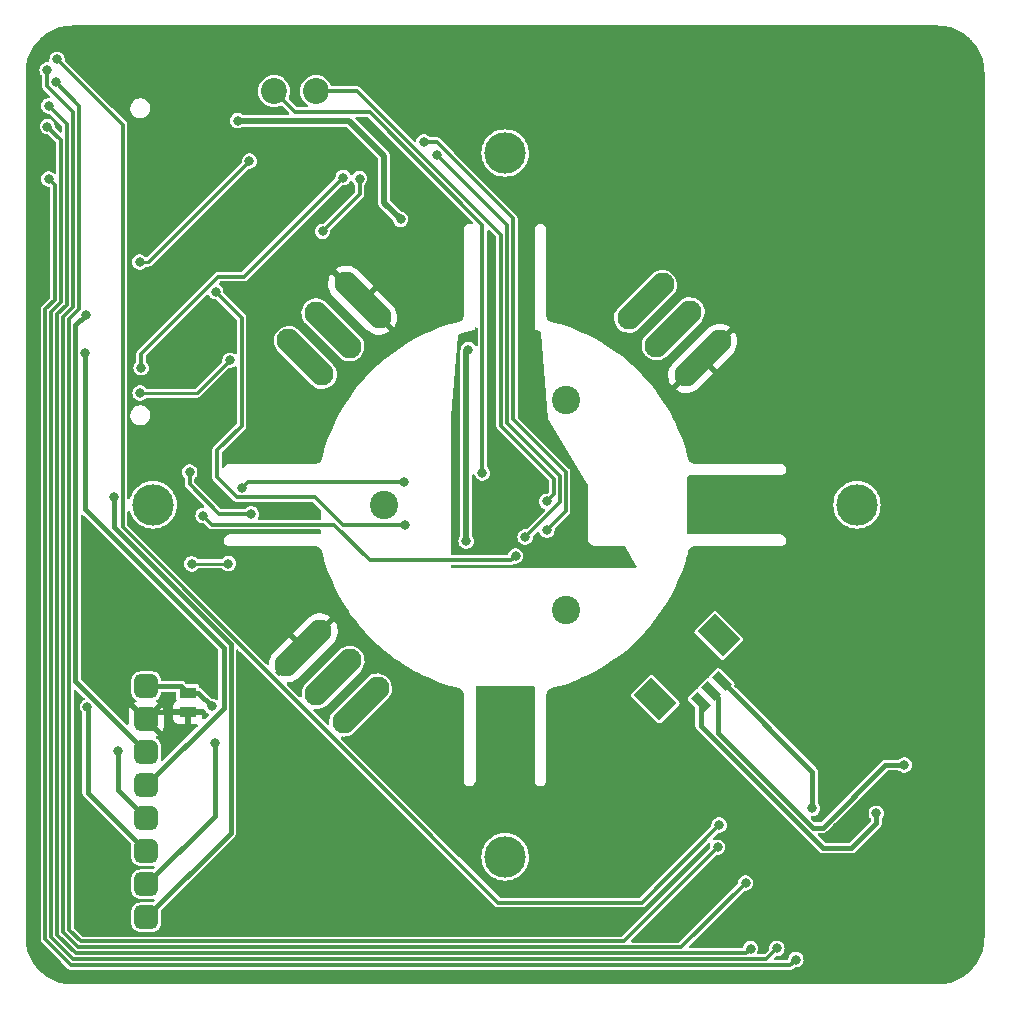
<source format=gbr>
%TF.GenerationSoftware,KiCad,Pcbnew,7.0.10*%
%TF.CreationDate,2024-07-31T11:10:04+01:00*%
%TF.ProjectId,algoritmi_foc,616c676f-7269-4746-9d69-5f666f632e6b,Andr_s Motta*%
%TF.SameCoordinates,Original*%
%TF.FileFunction,Copper,L2,Bot*%
%TF.FilePolarity,Positive*%
%FSLAX46Y46*%
G04 Gerber Fmt 4.6, Leading zero omitted, Abs format (unit mm)*
G04 Created by KiCad (PCBNEW 7.0.10) date 2024-07-31 11:10:04*
%MOMM*%
%LPD*%
G01*
G04 APERTURE LIST*
G04 Aperture macros list*
%AMRoundRect*
0 Rectangle with rounded corners*
0 $1 Rounding radius*
0 $2 $3 $4 $5 $6 $7 $8 $9 X,Y pos of 4 corners*
0 Add a 4 corners polygon primitive as box body*
4,1,4,$2,$3,$4,$5,$6,$7,$8,$9,$2,$3,0*
0 Add four circle primitives for the rounded corners*
1,1,$1+$1,$2,$3*
1,1,$1+$1,$4,$5*
1,1,$1+$1,$6,$7*
1,1,$1+$1,$8,$9*
0 Add four rect primitives between the rounded corners*
20,1,$1+$1,$2,$3,$4,$5,0*
20,1,$1+$1,$4,$5,$6,$7,0*
20,1,$1+$1,$6,$7,$8,$9,0*
20,1,$1+$1,$8,$9,$2,$3,0*%
%AMHorizOval*
0 Thick line with rounded ends*
0 $1 width*
0 $2 $3 position (X,Y) of the first rounded end (center of the circle)*
0 $4 $5 position (X,Y) of the second rounded end (center of the circle)*
0 Add line between two ends*
20,1,$1,$2,$3,$4,$5,0*
0 Add two circle primitives to create the rounded ends*
1,1,$1,$2,$3*
1,1,$1,$4,$5*%
%AMRotRect*
0 Rectangle, with rotation*
0 The origin of the aperture is its center*
0 $1 length*
0 $2 width*
0 $3 Rotation angle, in degrees counterclockwise*
0 Add horizontal line*
21,1,$1,$2,0,0,$3*%
G04 Aperture macros list end*
%TA.AperFunction,ComponentPad*%
%ADD10HorizOval,2.000000X1.414214X-1.414214X-1.414214X1.414214X0*%
%TD*%
%TA.AperFunction,ComponentPad*%
%ADD11HorizOval,2.000000X-1.414214X-1.414214X1.414214X1.414214X0*%
%TD*%
%TA.AperFunction,ComponentPad*%
%ADD12C,3.500000*%
%TD*%
%TA.AperFunction,ComponentPad*%
%ADD13HorizOval,2.000000X1.414214X1.414214X-1.414214X-1.414214X0*%
%TD*%
%TA.AperFunction,ComponentPad*%
%ADD14C,2.400000*%
%TD*%
%TA.AperFunction,SMDPad,CuDef*%
%ADD15RoundRect,0.500000X-0.500000X0.500000X-0.500000X-0.500000X0.500000X-0.500000X0.500000X0.500000X0*%
%TD*%
%TA.AperFunction,SMDPad,CuDef*%
%ADD16RotRect,0.800000X1.600000X45.000000*%
%TD*%
%TA.AperFunction,SMDPad,CuDef*%
%ADD17RotRect,2.100000X3.000000X45.000000*%
%TD*%
%TA.AperFunction,SMDPad,CuDef*%
%ADD18R,1.470000X0.970000*%
%TD*%
%TA.AperFunction,ViaPad*%
%ADD19C,0.800000*%
%TD*%
%TA.AperFunction,ViaPad*%
%ADD20C,2.200000*%
%TD*%
%TA.AperFunction,Conductor*%
%ADD21C,0.400000*%
%TD*%
%TA.AperFunction,Conductor*%
%ADD22C,0.500000*%
%TD*%
%TA.AperFunction,Conductor*%
%ADD23C,0.300000*%
%TD*%
%TA.AperFunction,Conductor*%
%ADD24C,0.250000*%
%TD*%
G04 APERTURE END LIST*
D10*
%TO.P,MSW4,1,COM*%
%TO.N,GND*%
X85049044Y-40360718D03*
%TO.P,MSW4,2,NC*%
%TO.N,unconnected-(MSW4-NC-Pad2)*%
X82538815Y-42870947D03*
%TO.P,MSW4,4,NO*%
%TO.N,SW4_OUT*%
X80205362Y-45204400D03*
%TD*%
D11*
%TO.P,MSW2,1,COM*%
%TO.N,GND*%
X113847203Y-45292559D03*
%TO.P,MSW2,2,NC*%
%TO.N,unconnected-(MSW2-NC-Pad2)*%
X111336974Y-42782330D03*
%TO.P,MSW2,4,NO*%
%TO.N,SW2_OUT*%
X109003521Y-40448877D03*
%TD*%
D12*
%TO.P,H5,1,1*%
%TO.N,N/C*%
X67308776Y-57694133D03*
%TD*%
%TO.P,H7,1,1*%
%TO.N,N/C*%
X126908776Y-57694133D03*
%TD*%
%TO.P,H6,1,1*%
%TO.N,N/C*%
X97108776Y-27894133D03*
%TD*%
D13*
%TO.P,MSW3,1,COM*%
%TO.N,GND*%
X80033521Y-69788877D03*
%TO.P,MSW3,2,NC*%
%TO.N,unconnected-(MSW3-NC-Pad2)*%
X82543750Y-72299106D03*
%TO.P,MSW3,4,NO*%
%TO.N,SW3_OUT*%
X84877203Y-74632559D03*
%TD*%
D14*
%TO.P,H3,1,1*%
%TO.N,N/C*%
X102234203Y-48816633D03*
%TD*%
%TO.P,H1,1,1*%
%TO.N,N/C*%
X102234203Y-66571632D03*
%TD*%
D12*
%TO.P,H4,1,1*%
%TO.N,N/C*%
X97108776Y-87494133D03*
%TD*%
D14*
%TO.P,H2,1,1*%
%TO.N,N/C*%
X86857922Y-57694133D03*
%TD*%
D15*
%TO.P,J1,1*%
%TO.N,+3.3V*%
X66727203Y-73040559D03*
%TO.P,J1,2*%
%TO.N,GND*%
X66727203Y-75834559D03*
%TO.P,J1,3*%
%TO.N,LCD_DATA_IN*%
X66727203Y-78628559D03*
%TO.P,J1,4*%
%TO.N,LCD_CLOCK*%
X66727203Y-81422559D03*
%TO.P,J1,5*%
%TO.N,LCD_CS*%
X66727203Y-84216559D03*
%TO.P,J1,6*%
%TO.N,LCD_DC*%
X66727203Y-87010559D03*
%TO.P,J1,7*%
%TO.N,LCD_RESET*%
X66727203Y-89804559D03*
%TO.P,J1,8*%
%TO.N,LCD_BL*%
X66727203Y-92598559D03*
%TD*%
D16*
%TO.P,J2,1,1*%
%TO.N,U_OUT*%
X113673929Y-74367052D03*
%TO.P,J2,2,2*%
%TO.N,V_OUT*%
X114557813Y-73483169D03*
%TO.P,J2,3,3*%
%TO.N,W_OUT*%
X115441696Y-72599285D03*
D17*
%TO.P,J2,MP1,MP1*%
%TO.N,unconnected-(J2-PadMP1)*%
X109820197Y-74119565D03*
%TO.P,J2,MP2,MP2*%
%TO.N,unconnected-(J2-PadMP2)*%
X115194209Y-68745553D03*
%TD*%
D18*
%TO.P,C9,1*%
%TO.N,GND*%
X70247203Y-75262559D03*
%TO.P,C9,2*%
%TO.N,+3.3V*%
X70247203Y-73602559D03*
%TD*%
D19*
%TO.N,GND*%
X63497203Y-72602559D03*
X133027203Y-80352559D03*
X126187201Y-85833945D03*
X86977203Y-38892559D03*
X119007203Y-94902559D03*
X97107203Y-57652559D03*
X125187205Y-85931129D03*
X117427203Y-82332559D03*
X94127203Y-91932559D03*
X132707203Y-83592559D03*
X126137203Y-84992559D03*
X114377203Y-90512559D03*
X125817203Y-78912559D03*
X66177203Y-28152559D03*
X132317203Y-78072559D03*
X124227203Y-90872559D03*
X77877203Y-68012559D03*
X121027203Y-94682559D03*
X115747203Y-47212559D03*
X115727203Y-89132559D03*
X124537203Y-96352559D03*
X125231509Y-84942561D03*
%TO.N,VS*%
X93997203Y-44552559D03*
X93817203Y-60752559D03*
X88267203Y-33522559D03*
X74467203Y-25162559D03*
%TO.N,+3.3V*%
X72266517Y-74751873D03*
%TO.N,A_OUT*%
X74837203Y-56272559D03*
X88537203Y-55742559D03*
%TO.N,Z_OUT*%
X75617203Y-58442559D03*
X70407203Y-54912559D03*
%TO.N,MOSI_MAG*%
X88627203Y-59382559D03*
X72607203Y-39632559D03*
%TO.N,B_OUT*%
X97997203Y-62012559D03*
X71547203Y-58592559D03*
%TO.N,MISO_MAG*%
X84787203Y-30062559D03*
X98817203Y-60412559D03*
X91327203Y-28072559D03*
X81657203Y-34522559D03*
%TO.N,PWM_OUT*%
X66297203Y-46082559D03*
X90237203Y-26972559D03*
X100647203Y-59832559D03*
X83397203Y-29972559D03*
D20*
%TO.N,MGL_MAG*%
X81107203Y-22662559D03*
D19*
X100627203Y-57392559D03*
D20*
%TO.N,MGH_MAG*%
X77547203Y-22652559D03*
D19*
X95187203Y-54992559D03*
%TO.N,LCD_DATA_IN*%
X61637203Y-41582559D03*
%TO.N,LCD_CLOCK*%
X61537203Y-44789443D03*
%TO.N,LCD_CS*%
X64297203Y-78542559D03*
%TO.N,LCD_DC*%
X61753517Y-74786245D03*
%TO.N,LCD_RESET*%
X72517203Y-77882559D03*
%TO.N,LCD_BL*%
X63987203Y-56982559D03*
%TO.N,UH*%
X59177203Y-19972559D03*
X115237203Y-84802559D03*
%TO.N,VH*%
X59057203Y-21912559D03*
X115107203Y-86672559D03*
%TO.N,WH*%
X58337203Y-20862559D03*
X117467203Y-89702559D03*
%TO.N,UL*%
X117897203Y-95252559D03*
X58467203Y-23902559D03*
%TO.N,WL*%
X58357203Y-25662559D03*
X120117203Y-95242559D03*
%TO.N,VL*%
X58467203Y-30102559D03*
X121727203Y-96182559D03*
%TO.N,W_OUT*%
X123137203Y-83392559D03*
%TO.N,U_OUT*%
X128537203Y-83792559D03*
%TO.N,V_OUT*%
X130917203Y-79712559D03*
%TO.N,SW2_OUT*%
X66177203Y-37132559D03*
X75467203Y-28582559D03*
%TO.N,SW3_OUT*%
X70567203Y-62682559D03*
X73687203Y-62662559D03*
%TO.N,SW4_OUT*%
X73827203Y-45442559D03*
X66217203Y-48222559D03*
%TD*%
D21*
%TO.N,GND*%
X66727203Y-75832559D02*
X63497203Y-72602559D01*
X70247203Y-75262559D02*
X67299203Y-75262559D01*
X67299203Y-75262559D02*
X66727203Y-75834559D01*
X66727203Y-75834559D02*
X66727203Y-75832559D01*
D22*
%TO.N,VS*%
X93817203Y-44732559D02*
X93997203Y-44552559D01*
X83887203Y-25162559D02*
X74467203Y-25162559D01*
X86877203Y-32132559D02*
X86877203Y-28152559D01*
X88267203Y-33522559D02*
X86877203Y-32132559D01*
X93817203Y-60752559D02*
X93817203Y-44732559D01*
X86877203Y-28152559D02*
X83887203Y-25162559D01*
D21*
%TO.N,+3.3V*%
X66727203Y-73040559D02*
X69685203Y-73040559D01*
X71117203Y-73602559D02*
X70247203Y-73602559D01*
X72266517Y-74751873D02*
X71117203Y-73602559D01*
X69685203Y-73040559D02*
X70247203Y-73602559D01*
D23*
%TO.N,A_OUT*%
X75367203Y-55742559D02*
X74837203Y-56272559D01*
X88537203Y-55742559D02*
X75367203Y-55742559D01*
%TO.N,Z_OUT*%
X72887203Y-58442559D02*
X70407203Y-55962559D01*
X75617203Y-58442559D02*
X72887203Y-58442559D01*
X70407203Y-55962559D02*
X70407203Y-54912559D01*
%TO.N,MOSI_MAG*%
X81004309Y-57022559D02*
X74407203Y-57022559D01*
X74807203Y-41832559D02*
X72607203Y-39632559D01*
X88627203Y-59382559D02*
X83364309Y-59382559D01*
X83364309Y-59382559D02*
X81004309Y-57022559D01*
X74407203Y-57022559D02*
X72707203Y-55322559D01*
X72707203Y-55322559D02*
X72707203Y-53082559D01*
X72707203Y-53082559D02*
X74807203Y-50982559D01*
X74807203Y-50982559D02*
X74807203Y-41832559D01*
%TO.N,B_OUT*%
X97997203Y-62012559D02*
X97647203Y-62362559D01*
X97647203Y-62362559D02*
X85637203Y-62362559D01*
X85637203Y-62362559D02*
X82637203Y-59362559D01*
X82637203Y-59362559D02*
X72317203Y-59362559D01*
X72317203Y-59362559D02*
X71547203Y-58592559D01*
%TO.N,MISO_MAG*%
X98817203Y-60412559D02*
X101747203Y-57482559D01*
X84787203Y-30062559D02*
X84787203Y-31392559D01*
X97267203Y-50732559D02*
X97267203Y-34012559D01*
X84787203Y-31392559D02*
X81657203Y-34522559D01*
X101747203Y-55212559D02*
X97267203Y-50732559D01*
X101747203Y-57482559D02*
X101747203Y-55212559D01*
X97267203Y-34012559D02*
X91327203Y-28072559D01*
%TO.N,PWM_OUT*%
X100647203Y-59832559D02*
X102247203Y-58232559D01*
X102247203Y-54912559D02*
X97767203Y-50432559D01*
X102247203Y-58232559D02*
X102247203Y-54912559D01*
X91307203Y-26972559D02*
X90237203Y-26972559D01*
X75007203Y-38362559D02*
X83397203Y-29972559D01*
X97767203Y-33432559D02*
X91307203Y-26972559D01*
X66297203Y-46082559D02*
X66297203Y-44881898D01*
X66297203Y-44881898D02*
X72816542Y-38362559D01*
X72816542Y-38362559D02*
X75007203Y-38362559D01*
X97767203Y-50432559D02*
X97767203Y-33432559D01*
%TO.N,MGL_MAG*%
X96767203Y-50982559D02*
X96767203Y-34845453D01*
X84584309Y-22662559D02*
X81107203Y-22662559D01*
X96767203Y-34845453D02*
X84584309Y-22662559D01*
X100627203Y-57392559D02*
X101247203Y-56772559D01*
X101247203Y-55462559D02*
X96767203Y-50982559D01*
X101247203Y-56772559D02*
X101247203Y-55462559D01*
%TO.N,MGH_MAG*%
X95187203Y-33972559D02*
X85637203Y-24422559D01*
X79317203Y-24422559D02*
X77547203Y-22652559D01*
X85637203Y-24422559D02*
X79317203Y-24422559D01*
X95187203Y-54992559D02*
X95187203Y-33972559D01*
D21*
%TO.N,LCD_DATA_IN*%
X60737203Y-72638559D02*
X66727203Y-78628559D01*
X60737203Y-42482559D02*
X60737203Y-72638559D01*
X61637203Y-41582559D02*
X60737203Y-42482559D01*
%TO.N,LCD_CLOCK*%
X73277203Y-69772559D02*
X73277203Y-74872559D01*
X61537203Y-58032559D02*
X73277203Y-69772559D01*
X61537203Y-44789443D02*
X61537203Y-58032559D01*
X73277203Y-74872559D02*
X66727203Y-81422559D01*
%TO.N,LCD_CS*%
X64297203Y-81786559D02*
X64297203Y-78542559D01*
X66727203Y-84216559D02*
X64297203Y-81786559D01*
%TO.N,LCD_DC*%
X61767203Y-74799931D02*
X61767203Y-82050559D01*
X61767203Y-82050559D02*
X66727203Y-87010559D01*
X61753517Y-74786245D02*
X61767203Y-74799931D01*
%TO.N,LCD_RESET*%
X66727203Y-89804559D02*
X72517203Y-84014559D01*
X72517203Y-84014559D02*
X72517203Y-77882559D01*
%TO.N,LCD_BL*%
X63987203Y-56982559D02*
X63987203Y-59602559D01*
X73877203Y-69492559D02*
X73877203Y-85448559D01*
X73877203Y-85448559D02*
X66727203Y-92598559D01*
X63987203Y-59602559D02*
X73877203Y-69492559D01*
D23*
%TO.N,UH*%
X96525021Y-91362559D02*
X64737203Y-59574741D01*
X64737203Y-25532559D02*
X59177203Y-19972559D01*
X115237203Y-84802559D02*
X108677203Y-91362559D01*
X108677203Y-91362559D02*
X96525021Y-91362559D01*
X64737203Y-59574741D02*
X64737203Y-25532559D01*
%TO.N,VH*%
X61047203Y-41111898D02*
X60187203Y-41971898D01*
X60187203Y-41971898D02*
X60187203Y-93652559D01*
X59057203Y-21912559D02*
X61047203Y-23902559D01*
X61047203Y-23902559D02*
X61047203Y-41111898D01*
X61177203Y-94642559D02*
X107137203Y-94642559D01*
X107137203Y-94642559D02*
X115107203Y-86672559D01*
X60187203Y-93652559D02*
X61177203Y-94642559D01*
%TO.N,WH*%
X58337203Y-20862559D02*
X58307203Y-20892559D01*
X60507203Y-24423220D02*
X60507203Y-40944792D01*
X58307203Y-20892559D02*
X58307203Y-22223220D01*
X58307203Y-22223220D02*
X60507203Y-24423220D01*
X59687203Y-41764792D02*
X59687203Y-93859665D01*
X60507203Y-40944792D02*
X59687203Y-41764792D01*
X60970097Y-95142559D02*
X112027203Y-95142559D01*
X59687203Y-93859665D02*
X60970097Y-95142559D01*
X112027203Y-95142559D02*
X117467203Y-89702559D01*
%TO.N,UL*%
X60762991Y-95642559D02*
X59187203Y-94066771D01*
X117507203Y-95642559D02*
X60762991Y-95642559D01*
X59187203Y-41557686D02*
X60007203Y-40737686D01*
X60007203Y-40737686D02*
X60007203Y-25442559D01*
X59187203Y-94066771D02*
X59187203Y-41557686D01*
X117897203Y-95252559D02*
X117507203Y-95642559D01*
X60007203Y-25442559D02*
X58467203Y-23902559D01*
%TO.N,WL*%
X59507203Y-40530580D02*
X59507203Y-26812559D01*
X60555885Y-96142559D02*
X58687203Y-94273877D01*
X119217203Y-96142559D02*
X60555885Y-96142559D01*
X58687203Y-41350580D02*
X59507203Y-40530580D01*
X59507203Y-26812559D02*
X58357203Y-25662559D01*
X120117203Y-95242559D02*
X119217203Y-96142559D01*
X58687203Y-94273877D02*
X58687203Y-41350580D01*
%TO.N,VL*%
X60348779Y-96642559D02*
X58187203Y-94480983D01*
X121267203Y-96642559D02*
X60348779Y-96642559D01*
X58187203Y-94480983D02*
X58187203Y-41143474D01*
X59007203Y-30642559D02*
X58467203Y-30102559D01*
X59007203Y-40323474D02*
X59007203Y-30642559D01*
X121727203Y-96182559D02*
X121267203Y-96642559D01*
X58187203Y-41143474D02*
X59007203Y-40323474D01*
D21*
%TO.N,W_OUT*%
X115441696Y-72599285D02*
X123137203Y-80294792D01*
X123137203Y-80294792D02*
X123137203Y-83392559D01*
%TO.N,U_OUT*%
X124017245Y-86731129D02*
X126438633Y-86731129D01*
X128537203Y-84632559D02*
X128537203Y-83792559D01*
X113673929Y-76387813D02*
X124017245Y-86731129D01*
X126438633Y-86731129D02*
X128537203Y-84632559D01*
X113673929Y-74367052D02*
X113673929Y-76387813D01*
%TO.N,V_OUT*%
X123147203Y-85012559D02*
X124007203Y-85012559D01*
X115123499Y-74048855D02*
X115123499Y-76988855D01*
X129307203Y-79712559D02*
X130917203Y-79712559D01*
X115123499Y-76988855D02*
X123147203Y-85012559D01*
X124007203Y-85012559D02*
X129307203Y-79712559D01*
X114557813Y-73483169D02*
X115123499Y-74048855D01*
D24*
%TO.N,SW2_OUT*%
X75467203Y-28582559D02*
X66917203Y-37132559D01*
X66917203Y-37132559D02*
X66177203Y-37132559D01*
%TO.N,SW3_OUT*%
X70587203Y-62662559D02*
X70567203Y-62682559D01*
X73687203Y-62662559D02*
X70587203Y-62662559D01*
%TO.N,SW4_OUT*%
X73827203Y-45442559D02*
X71047203Y-48222559D01*
X71047203Y-48222559D02*
X66217203Y-48222559D01*
%TD*%
%TA.AperFunction,Conductor*%
%TO.N,GND*%
G36*
X74532906Y-69937282D02*
G01*
X74539384Y-69943314D01*
X96196971Y-91600901D01*
X96286679Y-91690609D01*
X96306416Y-91700665D01*
X96323002Y-91710828D01*
X96340931Y-91723855D01*
X96340933Y-91723855D01*
X96340934Y-91723856D01*
X96361995Y-91730699D01*
X96379974Y-91738145D01*
X96399717Y-91748205D01*
X96421606Y-91751671D01*
X96440522Y-91756212D01*
X96461588Y-91763058D01*
X96488367Y-91763058D01*
X96488391Y-91763059D01*
X96493502Y-91763059D01*
X108740634Y-91763059D01*
X108740636Y-91763059D01*
X108761704Y-91756213D01*
X108780620Y-91751671D01*
X108802507Y-91748205D01*
X108822247Y-91738145D01*
X108840214Y-91730703D01*
X108861293Y-91723855D01*
X108879229Y-91710822D01*
X108895791Y-91700673D01*
X108915545Y-91690609D01*
X108931037Y-91675116D01*
X108931044Y-91675111D01*
X110254109Y-90352046D01*
X114295007Y-86311146D01*
X114356328Y-86277663D01*
X114426020Y-86282647D01*
X114481953Y-86324519D01*
X114506370Y-86389983D01*
X114498628Y-86442799D01*
X114470966Y-86515737D01*
X114470966Y-86515739D01*
X114451925Y-86672559D01*
X114451925Y-86672562D01*
X114454271Y-86691887D01*
X114442809Y-86760810D01*
X114418856Y-86794512D01*
X107007629Y-94205740D01*
X106946306Y-94239225D01*
X106919948Y-94242059D01*
X61394457Y-94242059D01*
X61327418Y-94222374D01*
X61306776Y-94205740D01*
X60624022Y-93522985D01*
X60590537Y-93461662D01*
X60587703Y-93435304D01*
X60587703Y-73425524D01*
X60607388Y-73358485D01*
X60660192Y-73312730D01*
X60729350Y-73302786D01*
X60792906Y-73331811D01*
X60799381Y-73337840D01*
X61140175Y-73678635D01*
X61476710Y-74015170D01*
X61510195Y-74076493D01*
X61505211Y-74146185D01*
X61463339Y-74202118D01*
X61446656Y-74212647D01*
X61381278Y-74246961D01*
X61263033Y-74351716D01*
X61173298Y-74481720D01*
X61173297Y-74481721D01*
X61117279Y-74629426D01*
X61098239Y-74786244D01*
X61098239Y-74786245D01*
X61117279Y-74943063D01*
X61173297Y-75090768D01*
X61173298Y-75090769D01*
X61263032Y-75220773D01*
X61263033Y-75220774D01*
X61263034Y-75220775D01*
X61274930Y-75231314D01*
X61312056Y-75290501D01*
X61316703Y-75324129D01*
X61316703Y-82018297D01*
X61315923Y-82032182D01*
X61311932Y-82067595D01*
X61322558Y-82123755D01*
X61323335Y-82128324D01*
X61331855Y-82184850D01*
X61334365Y-82192986D01*
X61337179Y-82201029D01*
X61337179Y-82201030D01*
X61337180Y-82201031D01*
X61358777Y-82241895D01*
X61363891Y-82251570D01*
X61365979Y-82255708D01*
X61390777Y-82307200D01*
X61395565Y-82314224D01*
X61400634Y-82321091D01*
X61400637Y-82321097D01*
X61400641Y-82321101D01*
X61441050Y-82361510D01*
X61444267Y-82364849D01*
X61483150Y-82406755D01*
X61490413Y-82412547D01*
X61489892Y-82413200D01*
X61502133Y-82422593D01*
X63474134Y-84394594D01*
X65440912Y-86361371D01*
X65474397Y-86422694D01*
X65476357Y-86457368D01*
X65476864Y-86457394D01*
X65476703Y-86460556D01*
X65476703Y-87560560D01*
X65476704Y-87560578D01*
X65487203Y-87663355D01*
X65487204Y-87663358D01*
X65525712Y-87779566D01*
X65542389Y-87829893D01*
X65634491Y-87979215D01*
X65758547Y-88103271D01*
X65907869Y-88195373D01*
X66074406Y-88250558D01*
X66177194Y-88261059D01*
X67277211Y-88261058D01*
X67327406Y-88255930D01*
X67396097Y-88268699D01*
X67446982Y-88316579D01*
X67463903Y-88384369D01*
X67441488Y-88450546D01*
X67427688Y-88466969D01*
X67376389Y-88518268D01*
X67315066Y-88551753D01*
X67280393Y-88553710D01*
X67280368Y-88554220D01*
X67277218Y-88554059D01*
X67277212Y-88554059D01*
X67277205Y-88554059D01*
X66177201Y-88554059D01*
X66177183Y-88554060D01*
X66074406Y-88564559D01*
X66074403Y-88564560D01*
X65907871Y-88619744D01*
X65907866Y-88619746D01*
X65758545Y-88711848D01*
X65634492Y-88835901D01*
X65542390Y-88985222D01*
X65542389Y-88985225D01*
X65487204Y-89151762D01*
X65487204Y-89151763D01*
X65487203Y-89151763D01*
X65476703Y-89254542D01*
X65476703Y-90354560D01*
X65476704Y-90354578D01*
X65487203Y-90457355D01*
X65487204Y-90457358D01*
X65542388Y-90623890D01*
X65542389Y-90623893D01*
X65634491Y-90773215D01*
X65758547Y-90897271D01*
X65907869Y-90989373D01*
X66074406Y-91044558D01*
X66177194Y-91055059D01*
X67277211Y-91055058D01*
X67327406Y-91049930D01*
X67396097Y-91062699D01*
X67446982Y-91110579D01*
X67463903Y-91178369D01*
X67441488Y-91244546D01*
X67427688Y-91260969D01*
X67376389Y-91312268D01*
X67315066Y-91345753D01*
X67280393Y-91347710D01*
X67280368Y-91348220D01*
X67277218Y-91348059D01*
X67277212Y-91348059D01*
X67277205Y-91348059D01*
X66177201Y-91348059D01*
X66177183Y-91348060D01*
X66074406Y-91358559D01*
X66074403Y-91358560D01*
X65907871Y-91413744D01*
X65907866Y-91413746D01*
X65758545Y-91505848D01*
X65634492Y-91629901D01*
X65542390Y-91779222D01*
X65542389Y-91779225D01*
X65487204Y-91945762D01*
X65487204Y-91945763D01*
X65487203Y-91945763D01*
X65476703Y-92048542D01*
X65476703Y-93148560D01*
X65476704Y-93148578D01*
X65487203Y-93251355D01*
X65487204Y-93251358D01*
X65542388Y-93417890D01*
X65542389Y-93417893D01*
X65634491Y-93567215D01*
X65758547Y-93691271D01*
X65907869Y-93783373D01*
X66074406Y-93838558D01*
X66177194Y-93849059D01*
X67277211Y-93849058D01*
X67277219Y-93849057D01*
X67277222Y-93849057D01*
X67333505Y-93843307D01*
X67380000Y-93838558D01*
X67546537Y-93783373D01*
X67695859Y-93691271D01*
X67819915Y-93567215D01*
X67912017Y-93417893D01*
X67967202Y-93251356D01*
X67977703Y-93148568D01*
X67977702Y-92048551D01*
X67977701Y-92048542D01*
X67977541Y-92045395D01*
X67978615Y-92045340D01*
X67990587Y-91980957D01*
X68013489Y-91949375D01*
X74172947Y-85789916D01*
X74183296Y-85780668D01*
X74211173Y-85758438D01*
X74243401Y-85711166D01*
X74246015Y-85707482D01*
X74279996Y-85661441D01*
X74279996Y-85661438D01*
X74279998Y-85661437D01*
X74283990Y-85653883D01*
X74287674Y-85646234D01*
X74304527Y-85591594D01*
X74305965Y-85587221D01*
X74324849Y-85533258D01*
X74324849Y-85533255D01*
X74326435Y-85524870D01*
X74327703Y-85516463D01*
X74327703Y-85459297D01*
X74327790Y-85454659D01*
X74329927Y-85397551D01*
X74328887Y-85388320D01*
X74329716Y-85388226D01*
X74327703Y-85372925D01*
X74327703Y-70030995D01*
X74347388Y-69963956D01*
X74400192Y-69918201D01*
X74469350Y-69908257D01*
X74532906Y-69937282D01*
G37*
%TD.AperFunction*%
%TA.AperFunction,Conductor*%
G36*
X61392906Y-58525811D02*
G01*
X61399369Y-58531829D01*
X67273192Y-64405651D01*
X72790384Y-69922843D01*
X72823869Y-69984166D01*
X72826703Y-70010524D01*
X72826703Y-74106110D01*
X72807018Y-74173149D01*
X72754214Y-74218904D01*
X72685056Y-74228848D01*
X72645077Y-74215906D01*
X72498882Y-74139176D01*
X72345503Y-74101373D01*
X72345502Y-74101373D01*
X72304482Y-74101373D01*
X72237443Y-74081688D01*
X72216801Y-74065054D01*
X71458571Y-73306824D01*
X71449305Y-73296456D01*
X71444017Y-73289825D01*
X71427082Y-73268589D01*
X71427081Y-73268588D01*
X71427080Y-73268587D01*
X71401553Y-73251183D01*
X71379836Y-73236377D01*
X71376072Y-73233706D01*
X71330089Y-73199768D01*
X71322500Y-73195757D01*
X71306506Y-73188056D01*
X71307586Y-73185812D01*
X71260712Y-73154773D01*
X71235918Y-73098455D01*
X71233892Y-73098859D01*
X71218170Y-73019823D01*
X71218169Y-73019819D01*
X71213318Y-73012559D01*
X71162804Y-72936958D01*
X71080744Y-72882128D01*
X71079942Y-72881592D01*
X71079938Y-72881591D01*
X71006880Y-72867059D01*
X71006877Y-72867059D01*
X70200168Y-72867059D01*
X70133129Y-72847374D01*
X70112487Y-72830740D01*
X70026571Y-72744824D01*
X70017305Y-72734456D01*
X70009532Y-72724709D01*
X69995082Y-72706589D01*
X69995081Y-72706588D01*
X69995080Y-72706587D01*
X69969553Y-72689183D01*
X69947836Y-72674377D01*
X69944072Y-72671706D01*
X69898089Y-72637768D01*
X69890500Y-72633757D01*
X69882878Y-72630087D01*
X69828252Y-72613238D01*
X69823847Y-72611789D01*
X69769898Y-72592911D01*
X69761529Y-72591327D01*
X69753107Y-72590059D01*
X69753105Y-72590059D01*
X69695941Y-72590059D01*
X69691304Y-72589972D01*
X69689288Y-72589896D01*
X69634192Y-72587834D01*
X69624959Y-72588875D01*
X69624865Y-72588045D01*
X69609567Y-72590059D01*
X68099846Y-72590059D01*
X68032807Y-72570374D01*
X67987052Y-72517570D01*
X67976488Y-72478661D01*
X67971205Y-72426952D01*
X67967202Y-72387762D01*
X67912017Y-72221225D01*
X67819915Y-72071903D01*
X67695859Y-71947847D01*
X67546537Y-71855745D01*
X67380000Y-71800560D01*
X67379998Y-71800559D01*
X67277213Y-71790059D01*
X66177201Y-71790059D01*
X66177183Y-71790060D01*
X66074406Y-71800559D01*
X66074403Y-71800560D01*
X65907871Y-71855744D01*
X65907866Y-71855746D01*
X65758545Y-71947848D01*
X65634492Y-72071901D01*
X65542390Y-72221222D01*
X65542389Y-72221225D01*
X65487204Y-72387762D01*
X65487204Y-72387763D01*
X65487203Y-72387763D01*
X65476703Y-72490542D01*
X65476703Y-73590560D01*
X65476704Y-73590578D01*
X65487203Y-73693355D01*
X65487204Y-73693358D01*
X65520852Y-73794899D01*
X65542389Y-73859893D01*
X65634491Y-74009215D01*
X65758547Y-74133271D01*
X65851994Y-74190909D01*
X65898718Y-74242857D01*
X65909941Y-74311820D01*
X65882097Y-74375902D01*
X65844308Y-74406357D01*
X65718349Y-74472152D01*
X66727203Y-75481006D01*
X66727204Y-75481006D01*
X67736056Y-74472153D01*
X67736055Y-74472152D01*
X67610097Y-74406357D01*
X67559789Y-74357870D01*
X67543682Y-74289882D01*
X67566888Y-74223979D01*
X67602412Y-74190909D01*
X67695859Y-74133271D01*
X67819915Y-74009215D01*
X67912017Y-73859893D01*
X67967202Y-73693356D01*
X67973791Y-73628860D01*
X67976489Y-73602456D01*
X68002886Y-73537764D01*
X68060067Y-73497613D01*
X68099847Y-73491059D01*
X69137703Y-73491059D01*
X69204742Y-73510744D01*
X69250497Y-73563548D01*
X69261703Y-73615059D01*
X69261703Y-74112237D01*
X69276235Y-74185294D01*
X69280910Y-74196580D01*
X69279422Y-74197196D01*
X69296099Y-74250453D01*
X69277616Y-74317834D01*
X69246430Y-74351935D01*
X69155015Y-74420368D01*
X69155012Y-74420371D01*
X69068852Y-74535465D01*
X69068848Y-74535472D01*
X69018606Y-74670179D01*
X69018604Y-74670186D01*
X69012203Y-74729714D01*
X69012203Y-75012559D01*
X71482202Y-75012559D01*
X71482508Y-75012253D01*
X71543830Y-74978767D01*
X71613522Y-74983751D01*
X71669456Y-75025621D01*
X71682742Y-75049793D01*
X71682813Y-75049757D01*
X71684716Y-75053384D01*
X71686128Y-75055952D01*
X71686294Y-75056390D01*
X71686296Y-75056393D01*
X71686297Y-75056396D01*
X71776034Y-75186403D01*
X71894277Y-75291156D01*
X71959656Y-75325470D01*
X72009867Y-75374052D01*
X72025842Y-75442071D01*
X72002507Y-75507929D01*
X71989710Y-75522946D01*
X71693884Y-75818773D01*
X71632561Y-75852258D01*
X71562870Y-75847274D01*
X71506936Y-75805403D01*
X71482519Y-75739938D01*
X71482203Y-75731092D01*
X71482203Y-75512559D01*
X70497203Y-75512559D01*
X70497203Y-76247559D01*
X70965736Y-76247559D01*
X71032775Y-76267244D01*
X71078530Y-76320048D01*
X71088474Y-76389206D01*
X71059449Y-76452762D01*
X71053417Y-76459240D01*
X68183614Y-79329043D01*
X68122291Y-79362528D01*
X68052599Y-79357544D01*
X67996666Y-79315672D01*
X67972249Y-79250208D01*
X67972574Y-79228763D01*
X67977703Y-79178568D01*
X67977702Y-78078551D01*
X67967202Y-77975762D01*
X67912017Y-77809225D01*
X67819915Y-77659903D01*
X67695859Y-77535847D01*
X67602411Y-77478208D01*
X67555686Y-77426260D01*
X67544465Y-77357297D01*
X67572308Y-77293215D01*
X67610097Y-77262760D01*
X67736056Y-77196964D01*
X66727203Y-76188112D01*
X66373650Y-75834559D01*
X67080756Y-75834559D01*
X68089608Y-76843412D01*
X68160646Y-76707418D01*
X68216593Y-76511887D01*
X68216594Y-76511884D01*
X68227202Y-76392559D01*
X68227203Y-76392557D01*
X68227203Y-75512559D01*
X69012203Y-75512559D01*
X69012203Y-75795403D01*
X69018604Y-75854931D01*
X69018606Y-75854938D01*
X69068848Y-75989645D01*
X69068852Y-75989652D01*
X69155012Y-76104746D01*
X69155015Y-76104749D01*
X69270109Y-76190909D01*
X69270116Y-76190913D01*
X69404823Y-76241155D01*
X69404830Y-76241157D01*
X69464358Y-76247558D01*
X69464375Y-76247559D01*
X69997203Y-76247559D01*
X69997203Y-75512559D01*
X69012203Y-75512559D01*
X68227203Y-75512559D01*
X68227203Y-75276561D01*
X68227202Y-75276558D01*
X68216594Y-75157233D01*
X68216593Y-75157230D01*
X68160645Y-74961697D01*
X68089608Y-74825704D01*
X67080756Y-75834558D01*
X67080756Y-75834559D01*
X66373650Y-75834559D01*
X65364796Y-74825705D01*
X65293759Y-74961699D01*
X65237812Y-75157230D01*
X65237811Y-75157233D01*
X65227203Y-75276558D01*
X65227203Y-76192094D01*
X65207518Y-76259133D01*
X65154714Y-76304888D01*
X65085556Y-76314832D01*
X65022000Y-76285807D01*
X65015522Y-76279775D01*
X61224022Y-72488275D01*
X61190537Y-72426952D01*
X61187703Y-72400594D01*
X61187703Y-58619524D01*
X61207388Y-58552485D01*
X61260192Y-58506730D01*
X61329350Y-58496786D01*
X61392906Y-58525811D01*
G37*
%TD.AperFunction*%
%TA.AperFunction,Conductor*%
G36*
X78393502Y-71132132D02*
G01*
X78462408Y-71258323D01*
X78564075Y-71359990D01*
X78690266Y-71428896D01*
X78736908Y-71439042D01*
X78040083Y-72135867D01*
X77978760Y-72169352D01*
X77909068Y-72164368D01*
X77864721Y-72135867D01*
X77686530Y-71957676D01*
X77653045Y-71896353D01*
X77658029Y-71826661D01*
X77686530Y-71782314D01*
X78383355Y-71085488D01*
X78393502Y-71132132D01*
G37*
%TD.AperFunction*%
%TA.AperFunction,Conductor*%
G36*
X133711630Y-17094764D02*
G01*
X133882992Y-17102686D01*
X134078474Y-17112284D01*
X134089471Y-17113319D01*
X134272742Y-17138883D01*
X134273484Y-17138990D01*
X134455926Y-17166052D01*
X134466094Y-17167998D01*
X134647876Y-17210753D01*
X134649565Y-17211163D01*
X134826537Y-17255491D01*
X134835745Y-17258182D01*
X135013585Y-17317788D01*
X135015913Y-17318595D01*
X135107624Y-17351409D01*
X135186875Y-17379765D01*
X135195170Y-17383074D01*
X135367182Y-17459025D01*
X135369970Y-17460300D01*
X135533763Y-17537768D01*
X135541074Y-17541528D01*
X135705484Y-17633104D01*
X135708837Y-17635042D01*
X135864029Y-17728060D01*
X135870304Y-17732084D01*
X136025723Y-17838548D01*
X136029395Y-17841166D01*
X136174661Y-17948902D01*
X136179980Y-17953079D01*
X136252292Y-18013126D01*
X136324875Y-18073398D01*
X136328931Y-18076917D01*
X136462845Y-18198290D01*
X136467247Y-18202482D01*
X136600440Y-18335675D01*
X136604610Y-18340055D01*
X136684465Y-18428161D01*
X136725979Y-18473965D01*
X136729484Y-18478004D01*
X136849833Y-18622936D01*
X136854008Y-18628253D01*
X136961696Y-18773455D01*
X136964385Y-18777226D01*
X137070763Y-18932520D01*
X137070800Y-18932573D01*
X137074859Y-18938902D01*
X137167860Y-19094067D01*
X137169830Y-19097477D01*
X137261369Y-19261823D01*
X137265135Y-19269145D01*
X137342585Y-19432901D01*
X137343924Y-19435831D01*
X137419816Y-19607710D01*
X137423134Y-19616023D01*
X137484298Y-19786970D01*
X137485118Y-19789337D01*
X137544708Y-19967131D01*
X137547420Y-19976408D01*
X137591708Y-20153220D01*
X137592131Y-20154960D01*
X137634902Y-20336819D01*
X137636853Y-20347014D01*
X137663883Y-20529239D01*
X137664036Y-20530303D01*
X137689577Y-20713412D01*
X137690617Y-20724458D01*
X137700138Y-20918290D01*
X137700155Y-20918648D01*
X137708144Y-21091469D01*
X137708276Y-21097195D01*
X137708276Y-94291262D01*
X137708144Y-94296987D01*
X137700597Y-94460269D01*
X137700579Y-94460640D01*
X137690550Y-94664382D01*
X137689511Y-94675416D01*
X137664907Y-94851815D01*
X137664754Y-94852877D01*
X137636721Y-95041884D01*
X137634770Y-95052081D01*
X137592998Y-95229692D01*
X137592575Y-95231431D01*
X137547217Y-95412519D01*
X137544506Y-95421795D01*
X137485974Y-95596440D01*
X137485153Y-95598809D01*
X137422861Y-95772911D01*
X137419544Y-95781223D01*
X137344749Y-95950622D01*
X137343409Y-95953553D01*
X137264770Y-96119824D01*
X137261005Y-96127145D01*
X137170657Y-96289356D01*
X137168686Y-96292767D01*
X137074377Y-96450116D01*
X137070318Y-96456444D01*
X136965226Y-96609862D01*
X136962524Y-96613652D01*
X136853423Y-96760760D01*
X136849223Y-96766111D01*
X136730279Y-96909351D01*
X136726759Y-96913407D01*
X136603898Y-97048965D01*
X136599702Y-97053373D01*
X136468005Y-97185071D01*
X136463597Y-97189267D01*
X136328028Y-97312141D01*
X136323972Y-97315661D01*
X136180751Y-97434592D01*
X136175400Y-97438793D01*
X136028303Y-97547888D01*
X136024513Y-97550589D01*
X135871073Y-97655699D01*
X135864745Y-97659758D01*
X135707406Y-97754063D01*
X135703996Y-97756034D01*
X135541801Y-97846377D01*
X135534479Y-97850143D01*
X135368141Y-97928815D01*
X135365210Y-97930154D01*
X135195871Y-98004925D01*
X135187558Y-98008243D01*
X135013470Y-98070531D01*
X135011103Y-98071351D01*
X134836438Y-98129893D01*
X134827161Y-98132605D01*
X134646012Y-98177980D01*
X134644273Y-98178402D01*
X134466728Y-98220160D01*
X134456532Y-98222112D01*
X134267578Y-98250140D01*
X134266515Y-98250293D01*
X134090086Y-98274903D01*
X134079039Y-98275943D01*
X133866526Y-98286382D01*
X133866169Y-98286399D01*
X133712574Y-98293500D01*
X133706847Y-98293632D01*
X60511650Y-98293632D01*
X60505922Y-98293500D01*
X60337371Y-98285706D01*
X60337371Y-98285696D01*
X60337010Y-98285688D01*
X60138921Y-98275950D01*
X60127877Y-98274911D01*
X59946968Y-98249675D01*
X59945905Y-98249522D01*
X59761443Y-98222159D01*
X59751248Y-98220207D01*
X59570881Y-98177785D01*
X59569141Y-98177363D01*
X59390836Y-98132699D01*
X59381559Y-98129987D01*
X59204792Y-98070740D01*
X59202424Y-98069919D01*
X59030450Y-98008385D01*
X59022139Y-98005068D01*
X58851121Y-97929556D01*
X58848190Y-97928216D01*
X58683562Y-97850352D01*
X58676240Y-97846587D01*
X58512598Y-97755439D01*
X58509188Y-97753468D01*
X58353312Y-97660039D01*
X58346984Y-97655981D01*
X58192277Y-97550004D01*
X58188488Y-97547302D01*
X58155928Y-97523154D01*
X58042642Y-97439136D01*
X58037359Y-97434988D01*
X57892988Y-97315104D01*
X57888937Y-97311589D01*
X57754468Y-97189714D01*
X57750060Y-97185517D01*
X57617386Y-97052843D01*
X57613190Y-97048436D01*
X57572782Y-97003854D01*
X57491296Y-96913948D01*
X57487823Y-96909945D01*
X57426331Y-96835893D01*
X57367946Y-96765582D01*
X57363746Y-96760233D01*
X57255589Y-96614400D01*
X57252888Y-96610610D01*
X57146926Y-96455926D01*
X57142867Y-96449598D01*
X57049402Y-96293662D01*
X57047482Y-96290340D01*
X56956307Y-96126651D01*
X56952566Y-96119377D01*
X56874679Y-95954701D01*
X56873343Y-95951777D01*
X56863453Y-95929378D01*
X56797826Y-95780749D01*
X56794527Y-95772483D01*
X56732958Y-95600412D01*
X56732150Y-95598080D01*
X56731600Y-95596440D01*
X56672915Y-95421349D01*
X56670204Y-95412076D01*
X56667023Y-95399377D01*
X56625497Y-95233601D01*
X56625140Y-95232128D01*
X56582694Y-95051664D01*
X56580743Y-95041475D01*
X56579097Y-95030378D01*
X56553323Y-94856632D01*
X56553265Y-94856228D01*
X56527986Y-94675020D01*
X56526951Y-94664023D01*
X56517111Y-94463748D01*
X56509409Y-94297181D01*
X56509277Y-94291454D01*
X56509277Y-21097003D01*
X56509409Y-21091277D01*
X56512733Y-21019377D01*
X56517298Y-20920626D01*
X56517396Y-20918648D01*
X56520151Y-20862559D01*
X57681925Y-20862559D01*
X57700965Y-21019377D01*
X57730478Y-21097195D01*
X57756983Y-21167082D01*
X57846720Y-21297089D01*
X57864930Y-21313221D01*
X57902056Y-21372407D01*
X57906703Y-21406036D01*
X57906703Y-22286649D01*
X57906704Y-22286659D01*
X57913549Y-22307727D01*
X57918090Y-22326638D01*
X57921557Y-22348524D01*
X57921558Y-22348527D01*
X57931615Y-22368265D01*
X57939060Y-22386238D01*
X57945907Y-22407310D01*
X57958929Y-22425234D01*
X57969093Y-22441820D01*
X57979152Y-22461560D01*
X57979153Y-22461562D01*
X57998593Y-22481002D01*
X57998622Y-22481033D01*
X58557967Y-23040378D01*
X58591452Y-23101701D01*
X58586468Y-23171393D01*
X58544596Y-23227326D01*
X58479132Y-23251743D01*
X58470286Y-23252059D01*
X58388217Y-23252059D01*
X58234837Y-23289862D01*
X58094965Y-23363274D01*
X57976719Y-23468030D01*
X57886984Y-23598034D01*
X57886983Y-23598035D01*
X57830965Y-23745740D01*
X57811925Y-23902558D01*
X57811925Y-23902559D01*
X57830965Y-24059377D01*
X57868596Y-24158599D01*
X57886983Y-24207082D01*
X57976720Y-24337089D01*
X58094963Y-24441842D01*
X58094965Y-24441843D01*
X58234837Y-24515255D01*
X58388217Y-24553059D01*
X58499948Y-24553059D01*
X58566987Y-24572744D01*
X58587629Y-24589378D01*
X59570384Y-25572133D01*
X59603869Y-25633456D01*
X59606703Y-25659814D01*
X59606703Y-26046304D01*
X59587018Y-26113343D01*
X59534214Y-26159098D01*
X59465056Y-26169042D01*
X59401500Y-26140017D01*
X59395022Y-26133985D01*
X59045549Y-25784512D01*
X59012064Y-25723189D01*
X59010134Y-25681886D01*
X59012481Y-25662559D01*
X58993440Y-25505741D01*
X58991654Y-25501033D01*
X58956089Y-25407255D01*
X58937423Y-25358036D01*
X58847686Y-25228029D01*
X58729443Y-25123276D01*
X58729441Y-25123275D01*
X58729440Y-25123274D01*
X58589568Y-25049862D01*
X58436189Y-25012059D01*
X58436188Y-25012059D01*
X58278218Y-25012059D01*
X58278217Y-25012059D01*
X58124837Y-25049862D01*
X57984965Y-25123274D01*
X57866719Y-25228030D01*
X57776984Y-25358034D01*
X57776983Y-25358035D01*
X57720965Y-25505740D01*
X57701925Y-25662558D01*
X57701925Y-25662559D01*
X57720965Y-25819377D01*
X57776983Y-25967082D01*
X57866720Y-26097089D01*
X57984963Y-26201842D01*
X57984965Y-26201843D01*
X58124837Y-26275255D01*
X58278217Y-26313059D01*
X58389948Y-26313059D01*
X58456987Y-26332744D01*
X58477629Y-26349378D01*
X59070384Y-26942133D01*
X59103869Y-27003456D01*
X59106703Y-27029814D01*
X59106703Y-29524530D01*
X59087018Y-29591569D01*
X59034214Y-29637324D01*
X58965056Y-29647268D01*
X58901500Y-29618243D01*
X58900477Y-29617346D01*
X58839443Y-29563276D01*
X58839441Y-29563274D01*
X58699568Y-29489862D01*
X58546189Y-29452059D01*
X58546188Y-29452059D01*
X58388218Y-29452059D01*
X58388217Y-29452059D01*
X58234837Y-29489862D01*
X58094965Y-29563274D01*
X57976719Y-29668030D01*
X57886984Y-29798034D01*
X57886983Y-29798035D01*
X57830965Y-29945740D01*
X57811925Y-30102558D01*
X57811925Y-30102559D01*
X57830965Y-30259377D01*
X57871812Y-30367080D01*
X57886983Y-30407082D01*
X57976720Y-30537089D01*
X58094963Y-30641842D01*
X58094965Y-30641843D01*
X58234837Y-30715255D01*
X58388217Y-30753059D01*
X58482703Y-30753059D01*
X58549742Y-30772744D01*
X58595497Y-30825548D01*
X58606703Y-30877059D01*
X58606703Y-40106219D01*
X58587018Y-40173258D01*
X58570384Y-40193900D01*
X57881716Y-40882567D01*
X57881716Y-40882568D01*
X57870434Y-40893850D01*
X57859151Y-40905133D01*
X57859151Y-40905134D01*
X57849094Y-40924871D01*
X57838934Y-40941451D01*
X57825909Y-40959379D01*
X57825906Y-40959384D01*
X57819057Y-40980462D01*
X57811616Y-40998426D01*
X57801557Y-41018169D01*
X57798090Y-41040056D01*
X57793550Y-41058965D01*
X57786703Y-41080041D01*
X57786703Y-94544412D01*
X57786704Y-94544422D01*
X57793549Y-94565490D01*
X57798090Y-94584401D01*
X57801557Y-94606287D01*
X57801558Y-94606290D01*
X57811615Y-94626028D01*
X57819060Y-94644001D01*
X57825907Y-94665073D01*
X57838929Y-94682997D01*
X57849093Y-94699583D01*
X57859152Y-94719323D01*
X57859153Y-94719325D01*
X57878593Y-94738765D01*
X57878622Y-94738796D01*
X59539421Y-96399593D01*
X60020729Y-96880901D01*
X60110437Y-96970609D01*
X60130174Y-96980665D01*
X60146760Y-96990828D01*
X60164689Y-97003855D01*
X60185760Y-97010701D01*
X60203737Y-97018147D01*
X60223475Y-97028205D01*
X60245357Y-97031670D01*
X60264270Y-97036211D01*
X60285346Y-97043059D01*
X60285347Y-97043059D01*
X121330634Y-97043059D01*
X121330636Y-97043059D01*
X121351704Y-97036213D01*
X121370620Y-97031671D01*
X121392507Y-97028205D01*
X121412247Y-97018145D01*
X121430214Y-97010703D01*
X121451293Y-97003855D01*
X121469229Y-96990822D01*
X121485791Y-96980673D01*
X121505545Y-96970609D01*
X121521037Y-96955116D01*
X121521044Y-96955111D01*
X121606777Y-96869378D01*
X121668100Y-96835893D01*
X121694458Y-96833059D01*
X121806188Y-96833059D01*
X121959568Y-96795255D01*
X122099443Y-96721842D01*
X122217686Y-96617089D01*
X122307423Y-96487082D01*
X122363440Y-96339377D01*
X122382481Y-96182559D01*
X122375696Y-96126674D01*
X122363440Y-96025740D01*
X122326894Y-95929378D01*
X122307423Y-95878036D01*
X122217686Y-95748029D01*
X122099443Y-95643276D01*
X122099441Y-95643275D01*
X122099440Y-95643274D01*
X121959568Y-95569862D01*
X121806189Y-95532059D01*
X121806188Y-95532059D01*
X121648218Y-95532059D01*
X121648217Y-95532059D01*
X121494837Y-95569862D01*
X121354965Y-95643274D01*
X121236719Y-95748030D01*
X121146984Y-95878034D01*
X121146983Y-95878035D01*
X121117908Y-95954701D01*
X121090966Y-96025741D01*
X121078654Y-96127145D01*
X121077942Y-96133005D01*
X121050320Y-96197183D01*
X120992386Y-96236240D01*
X120954846Y-96242059D01*
X119983457Y-96242059D01*
X119916418Y-96222374D01*
X119870663Y-96169570D01*
X119860719Y-96100412D01*
X119889744Y-96036856D01*
X119895776Y-96030378D01*
X119996776Y-95929378D01*
X120058099Y-95895893D01*
X120084457Y-95893059D01*
X120196188Y-95893059D01*
X120349568Y-95855255D01*
X120489443Y-95781842D01*
X120607686Y-95677089D01*
X120697423Y-95547082D01*
X120753440Y-95399377D01*
X120772481Y-95242559D01*
X120768654Y-95211036D01*
X120753440Y-95085740D01*
X120701215Y-94948035D01*
X120697423Y-94938036D01*
X120607686Y-94808029D01*
X120489443Y-94703276D01*
X120489441Y-94703275D01*
X120489440Y-94703274D01*
X120349568Y-94629862D01*
X120196189Y-94592059D01*
X120196188Y-94592059D01*
X120038218Y-94592059D01*
X120038217Y-94592059D01*
X119884837Y-94629862D01*
X119744965Y-94703274D01*
X119626719Y-94808030D01*
X119536984Y-94938034D01*
X119536983Y-94938035D01*
X119480965Y-95085740D01*
X119461925Y-95242558D01*
X119461925Y-95242562D01*
X119464271Y-95261887D01*
X119452809Y-95330810D01*
X119428856Y-95364512D01*
X119087629Y-95705740D01*
X119026306Y-95739225D01*
X118999948Y-95742059D01*
X118585461Y-95742059D01*
X118518422Y-95722374D01*
X118472667Y-95669570D01*
X118462723Y-95600412D01*
X118475661Y-95560440D01*
X118477421Y-95557085D01*
X118477421Y-95557084D01*
X118477423Y-95557082D01*
X118533440Y-95409377D01*
X118552481Y-95252559D01*
X118549705Y-95229692D01*
X118533440Y-95095740D01*
X118508146Y-95029046D01*
X118477423Y-94948036D01*
X118387686Y-94818029D01*
X118269443Y-94713276D01*
X118269441Y-94713275D01*
X118269440Y-94713274D01*
X118129568Y-94639862D01*
X117976189Y-94602059D01*
X117976188Y-94602059D01*
X117818218Y-94602059D01*
X117818217Y-94602059D01*
X117664837Y-94639862D01*
X117524965Y-94713274D01*
X117406719Y-94818030D01*
X117316984Y-94948034D01*
X117316983Y-94948035D01*
X117260966Y-95095739D01*
X117256441Y-95133006D01*
X117228819Y-95197184D01*
X117170884Y-95236240D01*
X117133345Y-95242059D01*
X112793458Y-95242059D01*
X112726419Y-95222374D01*
X112680664Y-95169570D01*
X112670720Y-95100412D01*
X112699745Y-95036856D01*
X112705777Y-95030378D01*
X117346776Y-90389378D01*
X117408099Y-90355893D01*
X117434457Y-90353059D01*
X117546188Y-90353059D01*
X117699568Y-90315255D01*
X117839443Y-90241842D01*
X117957686Y-90137089D01*
X118047423Y-90007082D01*
X118103440Y-89859377D01*
X118122481Y-89702559D01*
X118103440Y-89545741D01*
X118047423Y-89398036D01*
X117957686Y-89268029D01*
X117839443Y-89163276D01*
X117839441Y-89163275D01*
X117839440Y-89163274D01*
X117699568Y-89089862D01*
X117546189Y-89052059D01*
X117546188Y-89052059D01*
X117388218Y-89052059D01*
X117388217Y-89052059D01*
X117234837Y-89089862D01*
X117094965Y-89163274D01*
X116976719Y-89268030D01*
X116886984Y-89398034D01*
X116886983Y-89398035D01*
X116830965Y-89545740D01*
X116811925Y-89702558D01*
X116811925Y-89702561D01*
X116814271Y-89721887D01*
X116802809Y-89790810D01*
X116778856Y-89824511D01*
X111897629Y-94705740D01*
X111836306Y-94739225D01*
X111809948Y-94742059D01*
X107903458Y-94742059D01*
X107836419Y-94722374D01*
X107790664Y-94669570D01*
X107780720Y-94600412D01*
X107809745Y-94536856D01*
X107815777Y-94530378D01*
X114986776Y-87359378D01*
X115048099Y-87325893D01*
X115074457Y-87323059D01*
X115186188Y-87323059D01*
X115339568Y-87285255D01*
X115479443Y-87211842D01*
X115597686Y-87107089D01*
X115687423Y-86977082D01*
X115743440Y-86829377D01*
X115762481Y-86672559D01*
X115743440Y-86515741D01*
X115743439Y-86515739D01*
X115708152Y-86422694D01*
X115687423Y-86368036D01*
X115597686Y-86238029D01*
X115479443Y-86133276D01*
X115479441Y-86133275D01*
X115479440Y-86133274D01*
X115339568Y-86059862D01*
X115186189Y-86022059D01*
X115186188Y-86022059D01*
X115028218Y-86022059D01*
X115028217Y-86022059D01*
X114870705Y-86060881D01*
X114800903Y-86057812D01*
X114743841Y-86017491D01*
X114717636Y-85952722D01*
X114730609Y-85884067D01*
X114753347Y-85852806D01*
X115116776Y-85489377D01*
X115178099Y-85455893D01*
X115204457Y-85453059D01*
X115316188Y-85453059D01*
X115469568Y-85415255D01*
X115472384Y-85413777D01*
X115609443Y-85341842D01*
X115727686Y-85237089D01*
X115817423Y-85107082D01*
X115873440Y-84959377D01*
X115892481Y-84802559D01*
X115888672Y-84771184D01*
X115873440Y-84645740D01*
X115845559Y-84572226D01*
X115817423Y-84498036D01*
X115727686Y-84368029D01*
X115609443Y-84263276D01*
X115609441Y-84263275D01*
X115609440Y-84263274D01*
X115469568Y-84189862D01*
X115316189Y-84152059D01*
X115316188Y-84152059D01*
X115158218Y-84152059D01*
X115158217Y-84152059D01*
X115004837Y-84189862D01*
X114864965Y-84263274D01*
X114746719Y-84368030D01*
X114656984Y-84498034D01*
X114656983Y-84498035D01*
X114600965Y-84645740D01*
X114581925Y-84802558D01*
X114581925Y-84802561D01*
X114584271Y-84821887D01*
X114572809Y-84890810D01*
X114548856Y-84924511D01*
X108547629Y-90925740D01*
X108486306Y-90959225D01*
X108459948Y-90962059D01*
X96742275Y-90962059D01*
X96675236Y-90942374D01*
X96654594Y-90925740D01*
X93222988Y-87494134D01*
X95103166Y-87494134D01*
X95123580Y-87779566D01*
X95184404Y-88059170D01*
X95184406Y-88059176D01*
X95184407Y-88059179D01*
X95255788Y-88250558D01*
X95284411Y-88327299D01*
X95421546Y-88578442D01*
X95421551Y-88578450D01*
X95593030Y-88807520D01*
X95593046Y-88807538D01*
X95795370Y-89009862D01*
X95795388Y-89009878D01*
X96024458Y-89181357D01*
X96024466Y-89181362D01*
X96275609Y-89318497D01*
X96275608Y-89318497D01*
X96275612Y-89318498D01*
X96275615Y-89318500D01*
X96543730Y-89418502D01*
X96543736Y-89418503D01*
X96543738Y-89418504D01*
X96823342Y-89479328D01*
X96823344Y-89479328D01*
X96823348Y-89479329D01*
X97076996Y-89497470D01*
X97108775Y-89499743D01*
X97108776Y-89499743D01*
X97108777Y-89499743D01*
X97137371Y-89497697D01*
X97394204Y-89479329D01*
X97673822Y-89418502D01*
X97941937Y-89318500D01*
X98193091Y-89181359D01*
X98422171Y-89009872D01*
X98624515Y-88807528D01*
X98796002Y-88578448D01*
X98933143Y-88327294D01*
X99033145Y-88059179D01*
X99093972Y-87779561D01*
X99114386Y-87494133D01*
X99093972Y-87208705D01*
X99086807Y-87175769D01*
X99033147Y-86929095D01*
X99033146Y-86929093D01*
X99033145Y-86929087D01*
X98933143Y-86660972D01*
X98853839Y-86515739D01*
X98796005Y-86409823D01*
X98796000Y-86409815D01*
X98624521Y-86180745D01*
X98624505Y-86180727D01*
X98422181Y-85978403D01*
X98422163Y-85978387D01*
X98193093Y-85806908D01*
X98193085Y-85806903D01*
X97941942Y-85669768D01*
X97941943Y-85669768D01*
X97732350Y-85591594D01*
X97673822Y-85569764D01*
X97673819Y-85569763D01*
X97673813Y-85569761D01*
X97394209Y-85508937D01*
X97108777Y-85488523D01*
X97108775Y-85488523D01*
X96823342Y-85508937D01*
X96543738Y-85569761D01*
X96275609Y-85669768D01*
X96024466Y-85806903D01*
X96024458Y-85806908D01*
X95795388Y-85978387D01*
X95795370Y-85978403D01*
X95593046Y-86180727D01*
X95593030Y-86180745D01*
X95421551Y-86409815D01*
X95421546Y-86409823D01*
X95284411Y-86660966D01*
X95184404Y-86929095D01*
X95123580Y-87208699D01*
X95103166Y-87494131D01*
X95103166Y-87494134D01*
X93222988Y-87494134D01*
X83230151Y-77501296D01*
X83196666Y-77439973D01*
X83201650Y-77370281D01*
X83243522Y-77314348D01*
X83308986Y-77289931D01*
X83331715Y-77290395D01*
X83403376Y-77298468D01*
X83434816Y-77302011D01*
X83434818Y-77302010D01*
X83434820Y-77302011D01*
X83534631Y-77295281D01*
X83659401Y-77286869D01*
X83877672Y-77231869D01*
X84082615Y-77138780D01*
X84267643Y-77010593D01*
X87215361Y-74062875D01*
X87323485Y-73933364D01*
X87434570Y-73737590D01*
X87508915Y-73525128D01*
X87523925Y-73430358D01*
X87544127Y-73302808D01*
X87543738Y-73285472D01*
X87539076Y-73077767D01*
X87493925Y-72857249D01*
X87491151Y-72850334D01*
X87414665Y-72659656D01*
X87410124Y-72648336D01*
X87403482Y-72637766D01*
X87290364Y-72457740D01*
X87138504Y-72291598D01*
X87138498Y-72291593D01*
X86959411Y-72155236D01*
X86959407Y-72155234D01*
X86758851Y-72053046D01*
X86758847Y-72053044D01*
X86543268Y-71988309D01*
X86319595Y-71963108D01*
X86319584Y-71963107D01*
X86095006Y-71978248D01*
X86095003Y-71978248D01*
X85876737Y-72033247D01*
X85876734Y-72033248D01*
X85671794Y-72126336D01*
X85671784Y-72126342D01*
X85486762Y-72254525D01*
X82539048Y-75202239D01*
X82430921Y-75331753D01*
X82430917Y-75331759D01*
X82319836Y-75527527D01*
X82245491Y-75739986D01*
X82245490Y-75739989D01*
X82210278Y-75962309D01*
X82215260Y-76184293D01*
X82197084Y-76251757D01*
X82145320Y-76298685D01*
X82076402Y-76310178D01*
X82012211Y-76282586D01*
X82003610Y-76274756D01*
X80896696Y-75167842D01*
X80863211Y-75106519D01*
X80868195Y-75036827D01*
X80910067Y-74980894D01*
X80975531Y-74956477D01*
X80998256Y-74956940D01*
X81101363Y-74968558D01*
X81101365Y-74968557D01*
X81101367Y-74968558D01*
X81203125Y-74961697D01*
X81325948Y-74953416D01*
X81544219Y-74898416D01*
X81749162Y-74805327D01*
X81934190Y-74677140D01*
X84881908Y-71729422D01*
X84990032Y-71599911D01*
X85101117Y-71404137D01*
X85175462Y-71191675D01*
X85190088Y-71099330D01*
X85210674Y-70969355D01*
X85207955Y-70848227D01*
X85205623Y-70744314D01*
X85160472Y-70523796D01*
X85146716Y-70489504D01*
X85076670Y-70314881D01*
X84956911Y-70124287D01*
X84805051Y-69958145D01*
X84805045Y-69958140D01*
X84625958Y-69821783D01*
X84625954Y-69821781D01*
X84425398Y-69719593D01*
X84425394Y-69719591D01*
X84209815Y-69654856D01*
X83986142Y-69629655D01*
X83986131Y-69629654D01*
X83761553Y-69644795D01*
X83761550Y-69644795D01*
X83543284Y-69699794D01*
X83543281Y-69699795D01*
X83338341Y-69792883D01*
X83338331Y-69792889D01*
X83153309Y-69921072D01*
X80205595Y-72868786D01*
X80097468Y-72998300D01*
X80097464Y-72998306D01*
X79986383Y-73194074D01*
X79912038Y-73406533D01*
X79912037Y-73406536D01*
X79876825Y-73628856D01*
X79881807Y-73850840D01*
X79863631Y-73918304D01*
X79811867Y-73965232D01*
X79742949Y-73976725D01*
X79678758Y-73949133D01*
X79670157Y-73941303D01*
X78640511Y-72911657D01*
X78607026Y-72850334D01*
X78612010Y-72780642D01*
X78653882Y-72724709D01*
X78719346Y-72700292D01*
X78723069Y-72700082D01*
X78805478Y-72696674D01*
X79048779Y-72645659D01*
X79048789Y-72645656D01*
X79280356Y-72555297D01*
X79493915Y-72428044D01*
X79636095Y-72307623D01*
X79636101Y-72307618D01*
X82552262Y-69391457D01*
X82552267Y-69391451D01*
X82672686Y-69249273D01*
X82672695Y-69249261D01*
X82799939Y-69035715D01*
X82799939Y-69035714D01*
X82890300Y-68804142D01*
X82890302Y-68804136D01*
X82941317Y-68560840D01*
X82941318Y-68560831D01*
X82951590Y-68312463D01*
X82920841Y-68065784D01*
X82920840Y-68065780D01*
X82849911Y-67827533D01*
X82740733Y-67604207D01*
X82740732Y-67604204D01*
X82670337Y-67505611D01*
X81683685Y-68492263D01*
X81673539Y-68445623D01*
X81604633Y-68319431D01*
X81502967Y-68217765D01*
X81376775Y-68148859D01*
X81330130Y-68138711D01*
X82316785Y-67152058D01*
X82218193Y-67081665D01*
X82218190Y-67081664D01*
X81994864Y-66972486D01*
X81756617Y-66901557D01*
X81756613Y-66901556D01*
X81509932Y-66870808D01*
X81261566Y-66881079D01*
X81261557Y-66881080D01*
X81018261Y-66932095D01*
X81018255Y-66932097D01*
X80786683Y-67022458D01*
X80786682Y-67022458D01*
X80573136Y-67149702D01*
X80573124Y-67149711D01*
X80430946Y-67270130D01*
X79149637Y-68551439D01*
X79149637Y-68551440D01*
X79856743Y-69258547D01*
X79503191Y-69612100D01*
X78796084Y-68904993D01*
X78796083Y-68904993D01*
X77514774Y-70186302D01*
X77394353Y-70328482D01*
X77267100Y-70542041D01*
X77176741Y-70773608D01*
X77176738Y-70773618D01*
X77125723Y-71016918D01*
X77122315Y-71099330D01*
X77099877Y-71165499D01*
X77045227Y-71209032D01*
X76975716Y-71216109D01*
X76913414Y-71184482D01*
X76910740Y-71181886D01*
X72476708Y-66747854D01*
X68411414Y-62682559D01*
X69911925Y-62682559D01*
X69930965Y-62839377D01*
X69976158Y-62958538D01*
X69986983Y-62987082D01*
X70076720Y-63117089D01*
X70194963Y-63221842D01*
X70194965Y-63221843D01*
X70334837Y-63295255D01*
X70488217Y-63333059D01*
X70488218Y-63333059D01*
X70646188Y-63333059D01*
X70799568Y-63295255D01*
X70837674Y-63275255D01*
X70939443Y-63221842D01*
X71057686Y-63117089D01*
X71075266Y-63091618D01*
X71129547Y-63047629D01*
X71177316Y-63038059D01*
X73090895Y-63038059D01*
X73157934Y-63057744D01*
X73192945Y-63091620D01*
X73195366Y-63095128D01*
X73196718Y-63097087D01*
X73196720Y-63097089D01*
X73314963Y-63201842D01*
X73314965Y-63201843D01*
X73454837Y-63275255D01*
X73608217Y-63313059D01*
X73608218Y-63313059D01*
X73766188Y-63313059D01*
X73919568Y-63275255D01*
X74059443Y-63201842D01*
X74177686Y-63097089D01*
X74267423Y-62967082D01*
X74323440Y-62819377D01*
X74342481Y-62662559D01*
X74325869Y-62525741D01*
X74323440Y-62505740D01*
X74301196Y-62447087D01*
X74267423Y-62358036D01*
X74177686Y-62228029D01*
X74059443Y-62123276D01*
X74059441Y-62123275D01*
X74059440Y-62123274D01*
X73919568Y-62049862D01*
X73766189Y-62012059D01*
X73766188Y-62012059D01*
X73608218Y-62012059D01*
X73608217Y-62012059D01*
X73454837Y-62049862D01*
X73314965Y-62123274D01*
X73196719Y-62228029D01*
X73194292Y-62231546D01*
X73192945Y-62233497D01*
X73138666Y-62277488D01*
X73090895Y-62287059D01*
X71148071Y-62287059D01*
X71081032Y-62267374D01*
X71063715Y-62252534D01*
X71063300Y-62253003D01*
X71057686Y-62248030D01*
X71057686Y-62248029D01*
X70939443Y-62143276D01*
X70939441Y-62143275D01*
X70939440Y-62143274D01*
X70799568Y-62069862D01*
X70646189Y-62032059D01*
X70646188Y-62032059D01*
X70488218Y-62032059D01*
X70488217Y-62032059D01*
X70334837Y-62069862D01*
X70194965Y-62143274D01*
X70194963Y-62143276D01*
X70099295Y-62228030D01*
X70076719Y-62248030D01*
X69986984Y-62378034D01*
X69986983Y-62378035D01*
X69930965Y-62525740D01*
X69911925Y-62682558D01*
X69911925Y-62682559D01*
X68411414Y-62682559D01*
X65174022Y-59445167D01*
X65140537Y-59383844D01*
X65137703Y-59357486D01*
X65137703Y-58278469D01*
X65157388Y-58211430D01*
X65210192Y-58165675D01*
X65279350Y-58155731D01*
X65342906Y-58184756D01*
X65380680Y-58243534D01*
X65382869Y-58252111D01*
X65384404Y-58259170D01*
X65384406Y-58259176D01*
X65384407Y-58259179D01*
X65469152Y-58486388D01*
X65484411Y-58527299D01*
X65621546Y-58778442D01*
X65621551Y-58778450D01*
X65793030Y-59007520D01*
X65793046Y-59007538D01*
X65995370Y-59209862D01*
X65995388Y-59209878D01*
X66224458Y-59381357D01*
X66224466Y-59381362D01*
X66475609Y-59518497D01*
X66475608Y-59518497D01*
X66475612Y-59518498D01*
X66475615Y-59518500D01*
X66743730Y-59618502D01*
X66743736Y-59618503D01*
X66743738Y-59618504D01*
X67023342Y-59679328D01*
X67023344Y-59679328D01*
X67023348Y-59679329D01*
X67276996Y-59697470D01*
X67308775Y-59699743D01*
X67308776Y-59699743D01*
X67308777Y-59699743D01*
X67337371Y-59697697D01*
X67594204Y-59679329D01*
X67873822Y-59618502D01*
X68141937Y-59518500D01*
X68393091Y-59381359D01*
X68622171Y-59209872D01*
X68824515Y-59007528D01*
X68996002Y-58778448D01*
X69133143Y-58527294D01*
X69233145Y-58259179D01*
X69252735Y-58169126D01*
X69293971Y-57979566D01*
X69293971Y-57979565D01*
X69293972Y-57979561D01*
X69314386Y-57694133D01*
X69293972Y-57408705D01*
X69293863Y-57408205D01*
X69233147Y-57129095D01*
X69233146Y-57129093D01*
X69233145Y-57129087D01*
X69133143Y-56860972D01*
X69113905Y-56825741D01*
X68996005Y-56609823D01*
X68996000Y-56609815D01*
X68824521Y-56380745D01*
X68824505Y-56380727D01*
X68622181Y-56178403D01*
X68622163Y-56178387D01*
X68393093Y-56006908D01*
X68393085Y-56006903D01*
X68141942Y-55869768D01*
X68141943Y-55869768D01*
X68034691Y-55829765D01*
X67873822Y-55769764D01*
X67873819Y-55769763D01*
X67873813Y-55769761D01*
X67594209Y-55708937D01*
X67308777Y-55688523D01*
X67308775Y-55688523D01*
X67023342Y-55708937D01*
X66743738Y-55769761D01*
X66475609Y-55869768D01*
X66224466Y-56006903D01*
X66224458Y-56006908D01*
X65995388Y-56178387D01*
X65995370Y-56178403D01*
X65793046Y-56380727D01*
X65793030Y-56380745D01*
X65621551Y-56609815D01*
X65621546Y-56609823D01*
X65484411Y-56860966D01*
X65384405Y-57129093D01*
X65382869Y-57136156D01*
X65349383Y-57197478D01*
X65288059Y-57230963D01*
X65218368Y-57225977D01*
X65162435Y-57184105D01*
X65138019Y-57118640D01*
X65137703Y-57109796D01*
X65137703Y-50120387D01*
X65149535Y-50080091D01*
X65148405Y-50077481D01*
X65375557Y-50077481D01*
X65380680Y-50085452D01*
X65385521Y-50113673D01*
X65392920Y-50250150D01*
X65392922Y-50250157D01*
X65442119Y-50427353D01*
X65442122Y-50427359D01*
X65528265Y-50589842D01*
X65647323Y-50730007D01*
X65647324Y-50730008D01*
X65793732Y-50841304D01*
X65960642Y-50918525D01*
X65960643Y-50918525D01*
X65960645Y-50918526D01*
X66015134Y-50930519D01*
X66140249Y-50958059D01*
X66140252Y-50958059D01*
X66278042Y-50958059D01*
X66278048Y-50958059D01*
X66415032Y-50943161D01*
X66589313Y-50884439D01*
X66746895Y-50789625D01*
X66880411Y-50663152D01*
X66983618Y-50510934D01*
X67051689Y-50340088D01*
X67081442Y-50158603D01*
X67071485Y-49974966D01*
X67022285Y-49797762D01*
X66936141Y-49635277D01*
X66936140Y-49635275D01*
X66817082Y-49495110D01*
X66738658Y-49435494D01*
X66670674Y-49383814D01*
X66503764Y-49306593D01*
X66503760Y-49306591D01*
X66324157Y-49267059D01*
X66186358Y-49267059D01*
X66186356Y-49267059D01*
X66049373Y-49281957D01*
X65875092Y-49340679D01*
X65717509Y-49435494D01*
X65717508Y-49435495D01*
X65583997Y-49561963D01*
X65480786Y-49714186D01*
X65412718Y-49885024D01*
X65412717Y-49885028D01*
X65412717Y-49885030D01*
X65384068Y-50059775D01*
X65375557Y-50077481D01*
X65148405Y-50077481D01*
X65138641Y-50054938D01*
X65137703Y-50039712D01*
X65137703Y-48222559D01*
X65561925Y-48222559D01*
X65580965Y-48379377D01*
X65619421Y-48480775D01*
X65636983Y-48527082D01*
X65726720Y-48657089D01*
X65844963Y-48761842D01*
X65844965Y-48761843D01*
X65984837Y-48835255D01*
X66138217Y-48873059D01*
X66138218Y-48873059D01*
X66296188Y-48873059D01*
X66449568Y-48835255D01*
X66589443Y-48761842D01*
X66707686Y-48657089D01*
X66711460Y-48651620D01*
X66765740Y-48607630D01*
X66813511Y-48598059D01*
X70995399Y-48598059D01*
X71020844Y-48600698D01*
X71023927Y-48601344D01*
X71031471Y-48602926D01*
X71062879Y-48599010D01*
X71078217Y-48598059D01*
X71078315Y-48598059D01*
X71078317Y-48598059D01*
X71098846Y-48594632D01*
X71103876Y-48593900D01*
X71155829Y-48587425D01*
X71155831Y-48587423D01*
X71163344Y-48585187D01*
X71170809Y-48582625D01*
X71170809Y-48582624D01*
X71170813Y-48582624D01*
X71216839Y-48557716D01*
X71221396Y-48555371D01*
X71236305Y-48548081D01*
X71268414Y-48532385D01*
X71268416Y-48532382D01*
X71274797Y-48527827D01*
X71281023Y-48522980D01*
X71281029Y-48522978D01*
X71316496Y-48484449D01*
X71319998Y-48480799D01*
X73671420Y-46129378D01*
X73732743Y-46095893D01*
X73759101Y-46093059D01*
X73906188Y-46093059D01*
X74059568Y-46055255D01*
X74077729Y-46045723D01*
X74199443Y-45981842D01*
X74200474Y-45980929D01*
X74201389Y-45980498D01*
X74205615Y-45977582D01*
X74206099Y-45978284D01*
X74263706Y-45951206D01*
X74332970Y-45960387D01*
X74386274Y-46005558D01*
X74406695Y-46072377D01*
X74406703Y-46073742D01*
X74406703Y-50765304D01*
X74387018Y-50832343D01*
X74370384Y-50852985D01*
X72401716Y-52821652D01*
X72401716Y-52821653D01*
X72390434Y-52832935D01*
X72379151Y-52844218D01*
X72379151Y-52844219D01*
X72369094Y-52863956D01*
X72358934Y-52880536D01*
X72345909Y-52898464D01*
X72345906Y-52898469D01*
X72339057Y-52919547D01*
X72331616Y-52937511D01*
X72321557Y-52957254D01*
X72318090Y-52979141D01*
X72313550Y-52998050D01*
X72306703Y-53019126D01*
X72306703Y-55385988D01*
X72306704Y-55385998D01*
X72313549Y-55407066D01*
X72318090Y-55425977D01*
X72321557Y-55447863D01*
X72321558Y-55447866D01*
X72331615Y-55467604D01*
X72339060Y-55485577D01*
X72345907Y-55506649D01*
X72358929Y-55524573D01*
X72369093Y-55541159D01*
X72379152Y-55560899D01*
X72379153Y-55560901D01*
X72398593Y-55580341D01*
X72398622Y-55580372D01*
X74150616Y-57332366D01*
X74150636Y-57332384D01*
X74168859Y-57350608D01*
X74188597Y-57360665D01*
X74205185Y-57370830D01*
X74223113Y-57383855D01*
X74244182Y-57390700D01*
X74262161Y-57398147D01*
X74281899Y-57408205D01*
X74303781Y-57411670D01*
X74322694Y-57416211D01*
X74343770Y-57423059D01*
X74375684Y-57423059D01*
X80787054Y-57423059D01*
X80854093Y-57442744D01*
X80874735Y-57459378D01*
X81510884Y-58095527D01*
X81544369Y-58156850D01*
X81547203Y-58183208D01*
X81547203Y-58838059D01*
X81527518Y-58905098D01*
X81474714Y-58950853D01*
X81423203Y-58962059D01*
X76285297Y-58962059D01*
X76218258Y-58942374D01*
X76172503Y-58889570D01*
X76162559Y-58820412D01*
X76183248Y-58767618D01*
X76197423Y-58747082D01*
X76253440Y-58599377D01*
X76272481Y-58442559D01*
X76266470Y-58393049D01*
X76253440Y-58285740D01*
X76225768Y-58212777D01*
X76197423Y-58138036D01*
X76107686Y-58008029D01*
X75989443Y-57903276D01*
X75989441Y-57903275D01*
X75989440Y-57903274D01*
X75849568Y-57829862D01*
X75696189Y-57792059D01*
X75696188Y-57792059D01*
X75538218Y-57792059D01*
X75538217Y-57792059D01*
X75384837Y-57829862D01*
X75244965Y-57903274D01*
X75212718Y-57931842D01*
X75129852Y-58005255D01*
X75123508Y-58010875D01*
X75060274Y-58040596D01*
X75041281Y-58042059D01*
X73104458Y-58042059D01*
X73037419Y-58022374D01*
X73016777Y-58005740D01*
X70844022Y-55832985D01*
X70810537Y-55771662D01*
X70807703Y-55745304D01*
X70807703Y-55482614D01*
X70827388Y-55415575D01*
X70849477Y-55389798D01*
X70897685Y-55347090D01*
X70901158Y-55342059D01*
X70987423Y-55217082D01*
X71043440Y-55069377D01*
X71062481Y-54912559D01*
X71059412Y-54887279D01*
X71043440Y-54755740D01*
X71017763Y-54688036D01*
X70987423Y-54608036D01*
X70897686Y-54478029D01*
X70779443Y-54373276D01*
X70779441Y-54373275D01*
X70779440Y-54373274D01*
X70639568Y-54299862D01*
X70486189Y-54262059D01*
X70486188Y-54262059D01*
X70328218Y-54262059D01*
X70328217Y-54262059D01*
X70174837Y-54299862D01*
X70034965Y-54373274D01*
X69916719Y-54478030D01*
X69826984Y-54608034D01*
X69826983Y-54608035D01*
X69770965Y-54755740D01*
X69751925Y-54912558D01*
X69751925Y-54912559D01*
X69770965Y-55069377D01*
X69826983Y-55217082D01*
X69826984Y-55217083D01*
X69916720Y-55347090D01*
X69964929Y-55389798D01*
X70002056Y-55448987D01*
X70006703Y-55482614D01*
X70006703Y-56025988D01*
X70006704Y-56025998D01*
X70013549Y-56047066D01*
X70018090Y-56065977D01*
X70021557Y-56087863D01*
X70021558Y-56087866D01*
X70031615Y-56107604D01*
X70039060Y-56125577D01*
X70045907Y-56146649D01*
X70058929Y-56164573D01*
X70069093Y-56181159D01*
X70079152Y-56200899D01*
X70079153Y-56200901D01*
X70098593Y-56220341D01*
X70098622Y-56220372D01*
X71608629Y-57730378D01*
X71642114Y-57791701D01*
X71637130Y-57861393D01*
X71595258Y-57917326D01*
X71529794Y-57941743D01*
X71520948Y-57942059D01*
X71468217Y-57942059D01*
X71314837Y-57979862D01*
X71174965Y-58053274D01*
X71056719Y-58158030D01*
X70966984Y-58288034D01*
X70966983Y-58288035D01*
X70910965Y-58435740D01*
X70891925Y-58592558D01*
X70891925Y-58592559D01*
X70910965Y-58749377D01*
X70959401Y-58877089D01*
X70966983Y-58897082D01*
X71056720Y-59027089D01*
X71174963Y-59131842D01*
X71174965Y-59131843D01*
X71314837Y-59205255D01*
X71468217Y-59243059D01*
X71579948Y-59243059D01*
X71646987Y-59262744D01*
X71667629Y-59279378D01*
X71989153Y-59600901D01*
X72078861Y-59690609D01*
X72098598Y-59700665D01*
X72115184Y-59710828D01*
X72133113Y-59723855D01*
X72133115Y-59723855D01*
X72133116Y-59723856D01*
X72154177Y-59730699D01*
X72172156Y-59738145D01*
X72191899Y-59748205D01*
X72213788Y-59751671D01*
X72232704Y-59756212D01*
X72253770Y-59763058D01*
X72280549Y-59763058D01*
X72280573Y-59763059D01*
X72285684Y-59763059D01*
X81423203Y-59763059D01*
X81490242Y-59782744D01*
X81535997Y-59835548D01*
X81547203Y-59887059D01*
X81547203Y-60069632D01*
X81527518Y-60136671D01*
X81474714Y-60182426D01*
X81423203Y-60193632D01*
X73870001Y-60193632D01*
X73869776Y-60193566D01*
X73752687Y-60193570D01*
X73752686Y-60193570D01*
X73625385Y-60227685D01*
X73511253Y-60293584D01*
X73418069Y-60386773D01*
X73352174Y-60500911D01*
X73352174Y-60500912D01*
X73318068Y-60628200D01*
X73318068Y-60759999D01*
X73352174Y-60887287D01*
X73352174Y-60887288D01*
X73352175Y-60887290D01*
X73352176Y-60887293D01*
X73418069Y-61001426D01*
X73511255Y-61094617D01*
X73625386Y-61160515D01*
X73752683Y-61194629D01*
X73752686Y-61194629D01*
X73793812Y-61194630D01*
X73793821Y-61194632D01*
X73818478Y-61194632D01*
X73818577Y-61194632D01*
X73819077Y-61194632D01*
X81094113Y-61194632D01*
X81107773Y-61195386D01*
X81121957Y-61196959D01*
X81124514Y-61197271D01*
X81207485Y-61208332D01*
X81231421Y-61213987D01*
X81262221Y-61224587D01*
X81269852Y-61227500D01*
X81324561Y-61250485D01*
X81341582Y-61259241D01*
X81372545Y-61278328D01*
X81383776Y-61286140D01*
X81427960Y-61320641D01*
X81428225Y-61320848D01*
X81438537Y-61329860D01*
X81464548Y-61355257D01*
X81477180Y-61369660D01*
X81512735Y-61417152D01*
X81517428Y-61423874D01*
X81535157Y-61451152D01*
X81546463Y-61473038D01*
X81577394Y-61551080D01*
X81578372Y-61553627D01*
X81583142Y-61566481D01*
X81587187Y-61579554D01*
X81676753Y-61937904D01*
X81676766Y-61937950D01*
X81893201Y-62658324D01*
X82143249Y-63367748D01*
X82426353Y-64064633D01*
X82426360Y-64064648D01*
X82741899Y-64747475D01*
X82741905Y-64747487D01*
X82741909Y-64747495D01*
X83089158Y-65414696D01*
X83089180Y-65414735D01*
X83467413Y-66064913D01*
X83467423Y-66064930D01*
X83875789Y-66696621D01*
X84022370Y-66901557D01*
X84199856Y-67149702D01*
X84313401Y-67308449D01*
X84313403Y-67308451D01*
X84546701Y-67604204D01*
X84779258Y-67899018D01*
X85272359Y-68467058D01*
X85385948Y-68586115D01*
X85791604Y-69011302D01*
X86062986Y-69270217D01*
X86335850Y-69530547D01*
X86903890Y-70023648D01*
X87494471Y-70489514D01*
X87807648Y-70713514D01*
X88106286Y-70927115D01*
X88737978Y-71335481D01*
X88737988Y-71335487D01*
X88737993Y-71335490D01*
X88855996Y-71404137D01*
X89388172Y-71713724D01*
X89388211Y-71713746D01*
X89856898Y-71957676D01*
X90055434Y-72061005D01*
X90738261Y-72376544D01*
X90738269Y-72376547D01*
X90738275Y-72376550D01*
X91435161Y-72659653D01*
X92144579Y-72909699D01*
X92144583Y-72909700D01*
X92144591Y-72909703D01*
X92864987Y-73126144D01*
X93187995Y-73206877D01*
X93188053Y-73206911D01*
X93223202Y-73215680D01*
X93236303Y-73219730D01*
X93249623Y-73224671D01*
X93252153Y-73225641D01*
X93329884Y-73256442D01*
X93351762Y-73267742D01*
X93379049Y-73285472D01*
X93385774Y-73290165D01*
X93433275Y-73325719D01*
X93447680Y-73338350D01*
X93467343Y-73358485D01*
X93473079Y-73364358D01*
X93482092Y-73374670D01*
X93516801Y-73419112D01*
X93524618Y-73430350D01*
X93529103Y-73437623D01*
X93543699Y-73461296D01*
X93552467Y-73478339D01*
X93575446Y-73533026D01*
X93578379Y-73540711D01*
X93588949Y-73571426D01*
X93594617Y-73595436D01*
X93605891Y-73680245D01*
X93606216Y-73682913D01*
X93607207Y-73691851D01*
X93607520Y-73694668D01*
X93608276Y-73708340D01*
X93608276Y-81050223D01*
X93642384Y-81177519D01*
X93675041Y-81234082D01*
X93708276Y-81291646D01*
X93801462Y-81384832D01*
X93915590Y-81450724D01*
X94042884Y-81484832D01*
X94042886Y-81484832D01*
X94174666Y-81484832D01*
X94174668Y-81484832D01*
X94301962Y-81450724D01*
X94416090Y-81384832D01*
X94509276Y-81291646D01*
X94575168Y-81177518D01*
X94609276Y-81050224D01*
X94609276Y-80984332D01*
X94609276Y-80983832D01*
X94609276Y-77138775D01*
X94609277Y-73136559D01*
X94628962Y-73069520D01*
X94681766Y-73023765D01*
X94733277Y-73012559D01*
X99484275Y-73012559D01*
X99551314Y-73032244D01*
X99597069Y-73085048D01*
X99608275Y-73136559D01*
X99608275Y-81050223D01*
X99642383Y-81177519D01*
X99675040Y-81234082D01*
X99708275Y-81291646D01*
X99801461Y-81384832D01*
X99915589Y-81450724D01*
X100042883Y-81484832D01*
X100042885Y-81484832D01*
X100174665Y-81484832D01*
X100174667Y-81484832D01*
X100301961Y-81450724D01*
X100416089Y-81384832D01*
X100509275Y-81291646D01*
X100575167Y-81177518D01*
X100609275Y-81050224D01*
X100609275Y-80984332D01*
X100609275Y-80983832D01*
X100609275Y-73801367D01*
X107761666Y-73801367D01*
X107781109Y-73899107D01*
X107822497Y-73961050D01*
X109978712Y-76117265D01*
X110040655Y-76158653D01*
X110138395Y-76178096D01*
X110236136Y-76158653D01*
X110298078Y-76117265D01*
X111817897Y-74597446D01*
X111859285Y-74535504D01*
X111878728Y-74437763D01*
X111859285Y-74340023D01*
X111817897Y-74278080D01*
X111624026Y-74084209D01*
X112569992Y-74084209D01*
X112589435Y-74181950D01*
X112614127Y-74218904D01*
X112630824Y-74243894D01*
X112630825Y-74243895D01*
X113187110Y-74800179D01*
X113220595Y-74861502D01*
X113223429Y-74887860D01*
X113223429Y-76355551D01*
X113222649Y-76369436D01*
X113218658Y-76404849D01*
X113229284Y-76461009D01*
X113230061Y-76465578D01*
X113238581Y-76522104D01*
X113241091Y-76530240D01*
X113243905Y-76538283D01*
X113243905Y-76538284D01*
X113243906Y-76538285D01*
X113257080Y-76563212D01*
X113270617Y-76588824D01*
X113272705Y-76592962D01*
X113297503Y-76644454D01*
X113302291Y-76651478D01*
X113307360Y-76658345D01*
X113307363Y-76658351D01*
X113307367Y-76658355D01*
X113347776Y-76698764D01*
X113350993Y-76702103D01*
X113389876Y-76744009D01*
X113397139Y-76749801D01*
X113396618Y-76750454D01*
X113408859Y-76759847D01*
X123675875Y-87026862D01*
X123685140Y-87037229D01*
X123707366Y-87065099D01*
X123707368Y-87065101D01*
X123754608Y-87097309D01*
X123758390Y-87099992D01*
X123804363Y-87133922D01*
X123811899Y-87137905D01*
X123819564Y-87141596D01*
X123819572Y-87141601D01*
X123844433Y-87149269D01*
X123874225Y-87158459D01*
X123878616Y-87159903D01*
X123932546Y-87178775D01*
X123932550Y-87178775D01*
X123940943Y-87180363D01*
X123949340Y-87181629D01*
X123949343Y-87181629D01*
X124006490Y-87181629D01*
X124011128Y-87181716D01*
X124068254Y-87183854D01*
X124068254Y-87183853D01*
X124068255Y-87183854D01*
X124068255Y-87183853D01*
X124077487Y-87182814D01*
X124077580Y-87183642D01*
X124092884Y-87181629D01*
X126406371Y-87181629D01*
X126420253Y-87182408D01*
X126431198Y-87183642D01*
X126455666Y-87186399D01*
X126455666Y-87186398D01*
X126455668Y-87186399D01*
X126511869Y-87175764D01*
X126516359Y-87175001D01*
X126572920Y-87166477D01*
X126572924Y-87166474D01*
X126581080Y-87163959D01*
X126589102Y-87161153D01*
X126589103Y-87161152D01*
X126589105Y-87161152D01*
X126639721Y-87134399D01*
X126643726Y-87132377D01*
X126695275Y-87107554D01*
X126695276Y-87107552D01*
X126695278Y-87107552D01*
X126702328Y-87102745D01*
X126709167Y-87097696D01*
X126709171Y-87097695D01*
X126749607Y-87057257D01*
X126752893Y-87054091D01*
X126794827Y-87015184D01*
X126794829Y-87015179D01*
X126800620Y-87007919D01*
X126801276Y-87008442D01*
X126810665Y-86996199D01*
X128832947Y-84973916D01*
X128843296Y-84964668D01*
X128871173Y-84942438D01*
X128903401Y-84895166D01*
X128906015Y-84891482D01*
X128939996Y-84845441D01*
X128939996Y-84845438D01*
X128939998Y-84845437D01*
X128943990Y-84837883D01*
X128947674Y-84830234D01*
X128951829Y-84816764D01*
X128964533Y-84775573D01*
X128965965Y-84771221D01*
X128984849Y-84717258D01*
X128984849Y-84717255D01*
X128986435Y-84708870D01*
X128987703Y-84700463D01*
X128987703Y-84643297D01*
X128987790Y-84638659D01*
X128989927Y-84581551D01*
X128988887Y-84572320D01*
X128989716Y-84572226D01*
X128987703Y-84556925D01*
X128987703Y-84318318D01*
X129007388Y-84251279D01*
X129023049Y-84233003D01*
X129022712Y-84232704D01*
X129027684Y-84227091D01*
X129027684Y-84227090D01*
X129027686Y-84227089D01*
X129117423Y-84097082D01*
X129173440Y-83949377D01*
X129192481Y-83792559D01*
X129190543Y-83776593D01*
X129173440Y-83635740D01*
X129146141Y-83563759D01*
X129117423Y-83488036D01*
X129027686Y-83358029D01*
X128909443Y-83253276D01*
X128909441Y-83253275D01*
X128909440Y-83253274D01*
X128769568Y-83179862D01*
X128616189Y-83142059D01*
X128616188Y-83142059D01*
X128458218Y-83142059D01*
X128458217Y-83142059D01*
X128304837Y-83179862D01*
X128164965Y-83253274D01*
X128046719Y-83358030D01*
X127956984Y-83488034D01*
X127956983Y-83488035D01*
X127900965Y-83635740D01*
X127881925Y-83792558D01*
X127881925Y-83792559D01*
X127900965Y-83949377D01*
X127956983Y-84097082D01*
X127956984Y-84097083D01*
X128046721Y-84227091D01*
X128051694Y-84232704D01*
X128050247Y-84233985D01*
X128082053Y-84284679D01*
X128086703Y-84318318D01*
X128086703Y-84394594D01*
X128067018Y-84461633D01*
X128050384Y-84482275D01*
X126288349Y-86244310D01*
X126227026Y-86277795D01*
X126200668Y-86280629D01*
X124255210Y-86280629D01*
X124188171Y-86260944D01*
X124167529Y-86244310D01*
X123597959Y-85674740D01*
X123564474Y-85613417D01*
X123569458Y-85543725D01*
X123611330Y-85487792D01*
X123676794Y-85463375D01*
X123685640Y-85463059D01*
X123974941Y-85463059D01*
X123988823Y-85463838D01*
X124001624Y-85465281D01*
X124024236Y-85467829D01*
X124024236Y-85467828D01*
X124024238Y-85467829D01*
X124080439Y-85457194D01*
X124084929Y-85456431D01*
X124141490Y-85447907D01*
X124141494Y-85447904D01*
X124149650Y-85445389D01*
X124157672Y-85442583D01*
X124157673Y-85442582D01*
X124157675Y-85442582D01*
X124208291Y-85415829D01*
X124212296Y-85413807D01*
X124263845Y-85388984D01*
X124263846Y-85388982D01*
X124263848Y-85388982D01*
X124270898Y-85384175D01*
X124277737Y-85379126D01*
X124277741Y-85379125D01*
X124318178Y-85338686D01*
X124321464Y-85335520D01*
X124363397Y-85296614D01*
X124363399Y-85296609D01*
X124369190Y-85289349D01*
X124369846Y-85289872D01*
X124379235Y-85277629D01*
X129457487Y-80199378D01*
X129518810Y-80165893D01*
X129545168Y-80163059D01*
X130397720Y-80163059D01*
X130464759Y-80182744D01*
X130479944Y-80194241D01*
X130544963Y-80251842D01*
X130544965Y-80251843D01*
X130684837Y-80325255D01*
X130838217Y-80363059D01*
X130838218Y-80363059D01*
X130996188Y-80363059D01*
X131149568Y-80325255D01*
X131159405Y-80320092D01*
X131289443Y-80251842D01*
X131407686Y-80147089D01*
X131497423Y-80017082D01*
X131553440Y-79869377D01*
X131572481Y-79712559D01*
X131553440Y-79555741D01*
X131497423Y-79408036D01*
X131407686Y-79278029D01*
X131289443Y-79173276D01*
X131289441Y-79173275D01*
X131289440Y-79173274D01*
X131149568Y-79099862D01*
X130996189Y-79062059D01*
X130996188Y-79062059D01*
X130838218Y-79062059D01*
X130838217Y-79062059D01*
X130684837Y-79099862D01*
X130544965Y-79173274D01*
X130538985Y-79178572D01*
X130482337Y-79228758D01*
X130479947Y-79230875D01*
X130416713Y-79260596D01*
X130397720Y-79262059D01*
X129339465Y-79262059D01*
X129325582Y-79261279D01*
X129321938Y-79260868D01*
X129290169Y-79257288D01*
X129233987Y-79267917D01*
X129229419Y-79268693D01*
X129172916Y-79277211D01*
X129172915Y-79277211D01*
X129172910Y-79277212D01*
X129164753Y-79279727D01*
X129156731Y-79282535D01*
X129106167Y-79309259D01*
X129102029Y-79311347D01*
X129050564Y-79336132D01*
X129043513Y-79340938D01*
X129036661Y-79345995D01*
X128996248Y-79386408D01*
X128992911Y-79389623D01*
X128951007Y-79428505D01*
X128945215Y-79435768D01*
X128944563Y-79435248D01*
X128935171Y-79447485D01*
X123856919Y-84525740D01*
X123795596Y-84559225D01*
X123769238Y-84562059D01*
X123385169Y-84562059D01*
X123318130Y-84542374D01*
X123297488Y-84525740D01*
X123026488Y-84254740D01*
X122993003Y-84193417D01*
X122997987Y-84123725D01*
X123039859Y-84067792D01*
X123105323Y-84043375D01*
X123114169Y-84043059D01*
X123216188Y-84043059D01*
X123369568Y-84005255D01*
X123449031Y-83963549D01*
X123509443Y-83931842D01*
X123627686Y-83827089D01*
X123717423Y-83697082D01*
X123773440Y-83549377D01*
X123792481Y-83392559D01*
X123788289Y-83358030D01*
X123773440Y-83235740D01*
X123737911Y-83142059D01*
X123717423Y-83088036D01*
X123627686Y-82958029D01*
X123627682Y-82958025D01*
X123622712Y-82952415D01*
X123624156Y-82951135D01*
X123592348Y-82900419D01*
X123587703Y-82866799D01*
X123587703Y-80327053D01*
X123588483Y-80313168D01*
X123592473Y-80277758D01*
X123592473Y-80277757D01*
X123581836Y-80221545D01*
X123581067Y-80217011D01*
X123572551Y-80160505D01*
X123572549Y-80160501D01*
X123570039Y-80152363D01*
X123567227Y-80144326D01*
X123567226Y-80144320D01*
X123540488Y-80093733D01*
X123538426Y-80089646D01*
X123528265Y-80068546D01*
X123513628Y-80038150D01*
X123513626Y-80038148D01*
X123513626Y-80038147D01*
X123508845Y-80031134D01*
X123503769Y-80024257D01*
X123503768Y-80024254D01*
X123463368Y-79983854D01*
X123460150Y-79980513D01*
X123421263Y-79938601D01*
X123413995Y-79932806D01*
X123414515Y-79932153D01*
X123402270Y-79922756D01*
X116561972Y-73082458D01*
X116528487Y-73021135D01*
X116528036Y-72970587D01*
X116545633Y-72882128D01*
X116526190Y-72784387D01*
X116484802Y-72722445D01*
X116484800Y-72722442D01*
X115318538Y-71556180D01*
X115297796Y-71542321D01*
X115256594Y-71514791D01*
X115158853Y-71495348D01*
X115061112Y-71514791D01*
X114999168Y-71556180D01*
X114398591Y-72156757D01*
X114357202Y-72218701D01*
X114343505Y-72287555D01*
X114311118Y-72349465D01*
X114250402Y-72384038D01*
X114246083Y-72384978D01*
X114177229Y-72398675D01*
X114115285Y-72440064D01*
X113514708Y-73040641D01*
X113473319Y-73102585D01*
X113459622Y-73171439D01*
X113427235Y-73233349D01*
X113366518Y-73267921D01*
X113362199Y-73268861D01*
X113293345Y-73282558D01*
X113231401Y-73323947D01*
X112630824Y-73924524D01*
X112589435Y-73986468D01*
X112580414Y-74031820D01*
X112569992Y-74084209D01*
X111624026Y-74084209D01*
X109661682Y-72121865D01*
X109599739Y-72080477D01*
X109501999Y-72061034D01*
X109404258Y-72080477D01*
X109342313Y-72121866D01*
X107822498Y-73641681D01*
X107781109Y-73703626D01*
X107762953Y-73794899D01*
X107761666Y-73801367D01*
X100609275Y-73801367D01*
X100609275Y-73708809D01*
X100610032Y-73695126D01*
X100611569Y-73681282D01*
X100611892Y-73678635D01*
X100623048Y-73595230D01*
X100628696Y-73571352D01*
X100639068Y-73541220D01*
X100641955Y-73533657D01*
X100665285Y-73478136D01*
X100674039Y-73461119D01*
X100692816Y-73430660D01*
X100700604Y-73419462D01*
X100735784Y-73374404D01*
X100744741Y-73364154D01*
X100769754Y-73338533D01*
X100784123Y-73325927D01*
X100832334Y-73289825D01*
X100839008Y-73285165D01*
X100865652Y-73267842D01*
X100887492Y-73256553D01*
X100967116Y-73224968D01*
X100969569Y-73224027D01*
X100980889Y-73219824D01*
X100993962Y-73215775D01*
X101352565Y-73126148D01*
X102072962Y-72909707D01*
X102570175Y-72734456D01*
X102782391Y-72659657D01*
X103355219Y-72426952D01*
X103479292Y-72376549D01*
X104162120Y-72061011D01*
X104662549Y-71800559D01*
X104829341Y-71713751D01*
X104829351Y-71713744D01*
X104829367Y-71713737D01*
X105479561Y-71335496D01*
X106111264Y-70927123D01*
X106723083Y-70489520D01*
X107313664Y-70023654D01*
X107881704Y-69530553D01*
X108425949Y-69011307D01*
X108945195Y-68467063D01*
X108979664Y-68427355D01*
X113135678Y-68427355D01*
X113155121Y-68525095D01*
X113196509Y-68587038D01*
X115352724Y-70743253D01*
X115414667Y-70784641D01*
X115512407Y-70804084D01*
X115610148Y-70784641D01*
X115672090Y-70743253D01*
X117191909Y-69223434D01*
X117233297Y-69161492D01*
X117252740Y-69063751D01*
X117233297Y-68966011D01*
X117191909Y-68904068D01*
X115035694Y-66747853D01*
X114973751Y-66706465D01*
X114876011Y-66687022D01*
X114778270Y-66706465D01*
X114716325Y-66747854D01*
X113196510Y-68267669D01*
X113166581Y-68312463D01*
X113155121Y-68329614D01*
X113135678Y-68427355D01*
X108979664Y-68427355D01*
X109438295Y-67899022D01*
X109904162Y-67308441D01*
X110341765Y-66696622D01*
X110750138Y-66064919D01*
X111128378Y-65414725D01*
X111128394Y-65414696D01*
X111302251Y-65080647D01*
X111475652Y-64747477D01*
X111791190Y-64064650D01*
X112074297Y-63367751D01*
X112074298Y-63367749D01*
X112312967Y-62690609D01*
X112324348Y-62658319D01*
X112540788Y-61937922D01*
X112561329Y-61855740D01*
X112614340Y-61643642D01*
X112614396Y-61643544D01*
X112630316Y-61579734D01*
X112634374Y-61566613D01*
X112639489Y-61552835D01*
X112640364Y-61550554D01*
X112671017Y-61473201D01*
X112682320Y-61451323D01*
X112700478Y-61423390D01*
X112705151Y-61416698D01*
X112740226Y-61369856D01*
X112752833Y-61355483D01*
X112779316Y-61329628D01*
X112789577Y-61320662D01*
X112833505Y-61286363D01*
X112844728Y-61278558D01*
X112876208Y-61259152D01*
X112893215Y-61250403D01*
X112947176Y-61227731D01*
X112954792Y-61224824D01*
X112986325Y-61213971D01*
X113010265Y-61208314D01*
X113091302Y-61197505D01*
X113093753Y-61197205D01*
X113110139Y-61195387D01*
X113123794Y-61194633D01*
X120410913Y-61194633D01*
X120411570Y-61194567D01*
X120464865Y-61194571D01*
X120592156Y-61160469D01*
X120706283Y-61094583D01*
X120799467Y-61001403D01*
X120865359Y-60887279D01*
X120899467Y-60759990D01*
X120899467Y-60628210D01*
X120865359Y-60500921D01*
X120799467Y-60386797D01*
X120706283Y-60293617D01*
X120701064Y-60290604D01*
X120592158Y-60227731D01*
X120592153Y-60227730D01*
X120464866Y-60193629D01*
X120464865Y-60193629D01*
X120431920Y-60193631D01*
X120398974Y-60193633D01*
X112671203Y-60193633D01*
X112604164Y-60173948D01*
X112558409Y-60121144D01*
X112547203Y-60069633D01*
X112547203Y-57694134D01*
X124903166Y-57694134D01*
X124923580Y-57979566D01*
X124984404Y-58259170D01*
X124984406Y-58259176D01*
X124984407Y-58259179D01*
X125069152Y-58486388D01*
X125084411Y-58527299D01*
X125221546Y-58778442D01*
X125221551Y-58778450D01*
X125393030Y-59007520D01*
X125393046Y-59007538D01*
X125595370Y-59209862D01*
X125595388Y-59209878D01*
X125824458Y-59381357D01*
X125824466Y-59381362D01*
X126075609Y-59518497D01*
X126075608Y-59518497D01*
X126075612Y-59518498D01*
X126075615Y-59518500D01*
X126343730Y-59618502D01*
X126343736Y-59618503D01*
X126343738Y-59618504D01*
X126623342Y-59679328D01*
X126623344Y-59679328D01*
X126623348Y-59679329D01*
X126876996Y-59697470D01*
X126908775Y-59699743D01*
X126908776Y-59699743D01*
X126908777Y-59699743D01*
X126937371Y-59697697D01*
X127194204Y-59679329D01*
X127473822Y-59618502D01*
X127741937Y-59518500D01*
X127993091Y-59381359D01*
X128222171Y-59209872D01*
X128424515Y-59007528D01*
X128596002Y-58778448D01*
X128733143Y-58527294D01*
X128833145Y-58259179D01*
X128852735Y-58169126D01*
X128893971Y-57979566D01*
X128893971Y-57979565D01*
X128893972Y-57979561D01*
X128914386Y-57694133D01*
X128893972Y-57408705D01*
X128893863Y-57408205D01*
X128833147Y-57129095D01*
X128833146Y-57129093D01*
X128833145Y-57129087D01*
X128733143Y-56860972D01*
X128713905Y-56825741D01*
X128596005Y-56609823D01*
X128596000Y-56609815D01*
X128424521Y-56380745D01*
X128424505Y-56380727D01*
X128222181Y-56178403D01*
X128222163Y-56178387D01*
X127993093Y-56006908D01*
X127993085Y-56006903D01*
X127741942Y-55869768D01*
X127741943Y-55869768D01*
X127634691Y-55829765D01*
X127473822Y-55769764D01*
X127473819Y-55769763D01*
X127473813Y-55769761D01*
X127194209Y-55708937D01*
X126908777Y-55688523D01*
X126908775Y-55688523D01*
X126623342Y-55708937D01*
X126343738Y-55769761D01*
X126075609Y-55869768D01*
X125824466Y-56006903D01*
X125824458Y-56006908D01*
X125595388Y-56178387D01*
X125595370Y-56178403D01*
X125393046Y-56380727D01*
X125393030Y-56380745D01*
X125221551Y-56609815D01*
X125221546Y-56609823D01*
X125084411Y-56860966D01*
X124984404Y-57129095D01*
X124923580Y-57408699D01*
X124903166Y-57694131D01*
X124903166Y-57694134D01*
X112547203Y-57694134D01*
X112547203Y-55318634D01*
X112566888Y-55251595D01*
X112619692Y-55205840D01*
X112671203Y-55194634D01*
X120410892Y-55194634D01*
X120411571Y-55194566D01*
X120464865Y-55194570D01*
X120592155Y-55160468D01*
X120592156Y-55160467D01*
X120592158Y-55160467D01*
X120706277Y-55094585D01*
X120706277Y-55094584D01*
X120706282Y-55094582D01*
X120799466Y-55001402D01*
X120865358Y-54887279D01*
X120899466Y-54759990D01*
X120899466Y-54628210D01*
X120865358Y-54500921D01*
X120799466Y-54386798D01*
X120706282Y-54293618D01*
X120706279Y-54293616D01*
X120706277Y-54293614D01*
X120592158Y-54227732D01*
X120592153Y-54227731D01*
X120464866Y-54193630D01*
X120464865Y-54193630D01*
X120431920Y-54193632D01*
X120398974Y-54193634D01*
X113123448Y-54193634D01*
X113109760Y-54192876D01*
X113095624Y-54191306D01*
X113092918Y-54190976D01*
X113047880Y-54184968D01*
X113010080Y-54179926D01*
X112986124Y-54174265D01*
X112955363Y-54163677D01*
X112947685Y-54160746D01*
X112893002Y-54137769D01*
X112875966Y-54129005D01*
X112845027Y-54109932D01*
X112833781Y-54102111D01*
X112833737Y-54102077D01*
X112821098Y-54092207D01*
X112789327Y-54067398D01*
X112779018Y-54058389D01*
X112753013Y-54032999D01*
X112740384Y-54018601D01*
X112704793Y-53971065D01*
X112700134Y-53964391D01*
X112682400Y-53937108D01*
X112671100Y-53915236D01*
X112640091Y-53837015D01*
X112639160Y-53834591D01*
X112634534Y-53822128D01*
X112630297Y-53808276D01*
X112620309Y-53767172D01*
X112619286Y-53764446D01*
X112540782Y-53450346D01*
X112324342Y-52729949D01*
X112074293Y-52020518D01*
X111932889Y-51672436D01*
X111791193Y-51323632D01*
X111791187Y-51323618D01*
X111475649Y-50640791D01*
X111364564Y-50427353D01*
X111128390Y-49973568D01*
X111128368Y-49973529D01*
X110815375Y-49435495D01*
X110750136Y-49323349D01*
X110750134Y-49323345D01*
X110750127Y-49323334D01*
X110341761Y-48691642D01*
X110006250Y-48222559D01*
X109904161Y-48079826D01*
X109438295Y-47489245D01*
X109192302Y-47205867D01*
X108945214Y-46921226D01*
X108945201Y-46921212D01*
X108945199Y-46921210D01*
X108945194Y-46921204D01*
X108799953Y-46768970D01*
X110929134Y-46768970D01*
X110959882Y-47015651D01*
X110959883Y-47015655D01*
X111030812Y-47253902D01*
X111139990Y-47477228D01*
X111139991Y-47477231D01*
X111210385Y-47575823D01*
X112197037Y-46589170D01*
X112207184Y-46635814D01*
X112276090Y-46762005D01*
X112377757Y-46863672D01*
X112503948Y-46932578D01*
X112550589Y-46942724D01*
X111563937Y-47929376D01*
X111662531Y-47999769D01*
X111662541Y-47999775D01*
X111885859Y-48108949D01*
X112124106Y-48179878D01*
X112124110Y-48179879D01*
X112370791Y-48210627D01*
X112619161Y-48200356D01*
X112862461Y-48149341D01*
X112862471Y-48149338D01*
X113094038Y-48058979D01*
X113307597Y-47931726D01*
X113449777Y-47811305D01*
X114731086Y-46529996D01*
X114731086Y-46529994D01*
X114023979Y-45822888D01*
X114377532Y-45469335D01*
X115084639Y-46176442D01*
X116365944Y-44895138D01*
X116365949Y-44895133D01*
X116486368Y-44752955D01*
X116486377Y-44752943D01*
X116613621Y-44539397D01*
X116613621Y-44539396D01*
X116703982Y-44307824D01*
X116703984Y-44307818D01*
X116754999Y-44064522D01*
X116755000Y-44064513D01*
X116765272Y-43816145D01*
X116734523Y-43569466D01*
X116734522Y-43569462D01*
X116663593Y-43331215D01*
X116554415Y-43107889D01*
X116554414Y-43107886D01*
X116484019Y-43009293D01*
X115497367Y-43995945D01*
X115487221Y-43949305D01*
X115418315Y-43823113D01*
X115316649Y-43721447D01*
X115190457Y-43652541D01*
X115143813Y-43642394D01*
X116130467Y-42655740D01*
X116031875Y-42585347D01*
X116031872Y-42585346D01*
X115808546Y-42476168D01*
X115570299Y-42405239D01*
X115570295Y-42405238D01*
X115323614Y-42374490D01*
X115075248Y-42384761D01*
X115075239Y-42384762D01*
X114831943Y-42435777D01*
X114831937Y-42435779D01*
X114600365Y-42526140D01*
X114600364Y-42526140D01*
X114386818Y-42653384D01*
X114386806Y-42653393D01*
X114244628Y-42773812D01*
X114244623Y-42773818D01*
X111328462Y-45689979D01*
X111328456Y-45689984D01*
X111208035Y-45832164D01*
X111080782Y-46045723D01*
X110990423Y-46277290D01*
X110990420Y-46277300D01*
X110939405Y-46520600D01*
X110929134Y-46768970D01*
X108799953Y-46768970D01*
X108729624Y-46695255D01*
X108425949Y-46376959D01*
X108078765Y-46045723D01*
X107881705Y-45857714D01*
X107313665Y-45364613D01*
X107010661Y-45125596D01*
X106723097Y-44898758D01*
X106723095Y-44898756D01*
X106723088Y-44898751D01*
X106723083Y-44898747D01*
X106366299Y-44643557D01*
X106111267Y-44461145D01*
X105571306Y-44112080D01*
X108670049Y-44112080D01*
X108675100Y-44337122D01*
X108720250Y-44557632D01*
X108720254Y-44557645D01*
X108804052Y-44766552D01*
X108923811Y-44957148D01*
X109053609Y-45099152D01*
X109075674Y-45123292D01*
X109254765Y-45259652D01*
X109455325Y-45361843D01*
X109670909Y-45426580D01*
X109894587Y-45451782D01*
X109894589Y-45451781D01*
X109894591Y-45451782D01*
X109994402Y-45445052D01*
X110119172Y-45436640D01*
X110337443Y-45381640D01*
X110542386Y-45288551D01*
X110727414Y-45160364D01*
X113675132Y-42212646D01*
X113783256Y-42083135D01*
X113894341Y-41887361D01*
X113968686Y-41674899D01*
X113981465Y-41594215D01*
X114003898Y-41452579D01*
X114003296Y-41425741D01*
X113998847Y-41227538D01*
X113953696Y-41007020D01*
X113946762Y-40989735D01*
X113869894Y-40798105D01*
X113750135Y-40607511D01*
X113598275Y-40441369D01*
X113598269Y-40441364D01*
X113419182Y-40305007D01*
X113419178Y-40305005D01*
X113218622Y-40202817D01*
X113218618Y-40202815D01*
X113003039Y-40138080D01*
X112779366Y-40112879D01*
X112779355Y-40112878D01*
X112554777Y-40128019D01*
X112554774Y-40128019D01*
X112336508Y-40183018D01*
X112336505Y-40183019D01*
X112131565Y-40276107D01*
X112131555Y-40276113D01*
X111946533Y-40404296D01*
X108998819Y-43352010D01*
X108890692Y-43481524D01*
X108890688Y-43481530D01*
X108779607Y-43677298D01*
X108705262Y-43889757D01*
X108705261Y-43889760D01*
X108670049Y-44112080D01*
X105571306Y-44112080D01*
X105479575Y-44052779D01*
X105479558Y-44052769D01*
X104829381Y-43674537D01*
X104829342Y-43674515D01*
X104162140Y-43327267D01*
X104162132Y-43327263D01*
X104162120Y-43327257D01*
X103479293Y-43011718D01*
X103479290Y-43011716D01*
X103479271Y-43011708D01*
X102782397Y-42728612D01*
X102782399Y-42728612D01*
X102072973Y-42478565D01*
X101352597Y-42262130D01*
X101352578Y-42262125D01*
X101352565Y-42262121D01*
X101058283Y-42188568D01*
X101058183Y-42188510D01*
X100994379Y-42172592D01*
X100981231Y-42168525D01*
X100967900Y-42163575D01*
X100965346Y-42162595D01*
X100887687Y-42131793D01*
X100865822Y-42120492D01*
X100838534Y-42102753D01*
X100831798Y-42098050D01*
X100819929Y-42089163D01*
X100784330Y-42062509D01*
X100769937Y-42049884D01*
X100744518Y-42023851D01*
X100735511Y-42013544D01*
X100700816Y-41969115D01*
X100693000Y-41957879D01*
X100673910Y-41926920D01*
X100665148Y-41909894D01*
X100642150Y-41855177D01*
X100639246Y-41847570D01*
X100628646Y-41816787D01*
X100622982Y-41792820D01*
X100621089Y-41778627D01*
X106336596Y-41778627D01*
X106341647Y-42003669D01*
X106386797Y-42224179D01*
X106386801Y-42224192D01*
X106470599Y-42433099D01*
X106590358Y-42623695D01*
X106727577Y-42773818D01*
X106742221Y-42789839D01*
X106921312Y-42926199D01*
X107121872Y-43028390D01*
X107337456Y-43093127D01*
X107561134Y-43118329D01*
X107561136Y-43118328D01*
X107561138Y-43118329D01*
X107660949Y-43111599D01*
X107785719Y-43103187D01*
X108003990Y-43048187D01*
X108208933Y-42955098D01*
X108393961Y-42826911D01*
X111341679Y-39879193D01*
X111449803Y-39749682D01*
X111560888Y-39553908D01*
X111635233Y-39341446D01*
X111664295Y-39157956D01*
X111670445Y-39119126D01*
X111669865Y-39093275D01*
X111665394Y-38894085D01*
X111620243Y-38673567D01*
X111618027Y-38668043D01*
X111536441Y-38464652D01*
X111416682Y-38274058D01*
X111264822Y-38107916D01*
X111264816Y-38107911D01*
X111085729Y-37971554D01*
X111085725Y-37971552D01*
X110885169Y-37869364D01*
X110885165Y-37869362D01*
X110669586Y-37804627D01*
X110445913Y-37779426D01*
X110445902Y-37779425D01*
X110221324Y-37794566D01*
X110221321Y-37794566D01*
X110003055Y-37849565D01*
X110003052Y-37849566D01*
X109798112Y-37942654D01*
X109798102Y-37942660D01*
X109613080Y-38070843D01*
X106665366Y-41018557D01*
X106557239Y-41148071D01*
X106557235Y-41148077D01*
X106446154Y-41343845D01*
X106371809Y-41556304D01*
X106371808Y-41556307D01*
X106336596Y-41778627D01*
X100621089Y-41778627D01*
X100611809Y-41709062D01*
X100611479Y-41706364D01*
X100610035Y-41693372D01*
X100609276Y-41679674D01*
X100609276Y-34338044D01*
X100609276Y-34338042D01*
X100575168Y-34210748D01*
X100509276Y-34096620D01*
X100416090Y-34003434D01*
X100359026Y-33970488D01*
X100301963Y-33937542D01*
X100238315Y-33920488D01*
X100174668Y-33903434D01*
X100042884Y-33903434D01*
X99915588Y-33937542D01*
X99801462Y-34003434D01*
X99801459Y-34003436D01*
X99708278Y-34096617D01*
X99708276Y-34096620D01*
X99642384Y-34210746D01*
X99608276Y-34338042D01*
X99608276Y-42499361D01*
X99608328Y-42499901D01*
X99608252Y-42544875D01*
X99634465Y-42657157D01*
X99685509Y-42760539D01*
X99758714Y-42849614D01*
X99758717Y-42849617D01*
X99850254Y-42919723D01*
X99955329Y-42967189D01*
X100010263Y-42977940D01*
X100013333Y-42978582D01*
X100088579Y-42995360D01*
X100149727Y-43029163D01*
X100182893Y-43090660D01*
X100185227Y-43106878D01*
X100747202Y-50412558D01*
X100747203Y-50412559D01*
X103978533Y-55769764D01*
X104090455Y-55955318D01*
X104108275Y-56019363D01*
X104108275Y-60392763D01*
X104108266Y-60392793D01*
X104108268Y-60518050D01*
X104137114Y-60663037D01*
X104137116Y-60663045D01*
X104159501Y-60717083D01*
X104193693Y-60799624D01*
X104275827Y-60922543D01*
X104380363Y-61027078D01*
X104380366Y-61027080D01*
X104503283Y-61109211D01*
X104627136Y-61160515D01*
X104639864Y-61165787D01*
X104784858Y-61194631D01*
X104834009Y-61194631D01*
X104834015Y-61194633D01*
X104858676Y-61194633D01*
X104858775Y-61194633D01*
X104859275Y-61194633D01*
X106807369Y-61194633D01*
X106807508Y-61194674D01*
X106858775Y-61194674D01*
X106858775Y-61194675D01*
X106932696Y-61194677D01*
X107077698Y-61165837D01*
X107103655Y-61155084D01*
X107173123Y-61147613D01*
X107235603Y-61178886D01*
X107257290Y-61205599D01*
X108233779Y-62824514D01*
X108251549Y-62892086D01*
X108229965Y-62958538D01*
X108175881Y-63002773D01*
X108127599Y-63012559D01*
X92671203Y-63012559D01*
X92604164Y-62992874D01*
X92558409Y-62940070D01*
X92547203Y-62888559D01*
X92547203Y-62887059D01*
X92566888Y-62820020D01*
X92619692Y-62774265D01*
X92671203Y-62763059D01*
X97710634Y-62763059D01*
X97710636Y-62763059D01*
X97731704Y-62756213D01*
X97750620Y-62751671D01*
X97772507Y-62748205D01*
X97792247Y-62738145D01*
X97810214Y-62730703D01*
X97831293Y-62723855D01*
X97849229Y-62710822D01*
X97865791Y-62700673D01*
X97885545Y-62690609D01*
X97885552Y-62690601D01*
X97890869Y-62686740D01*
X97956676Y-62663261D01*
X97963754Y-62663059D01*
X98076188Y-62663059D01*
X98229568Y-62625255D01*
X98369443Y-62551842D01*
X98487686Y-62447089D01*
X98577423Y-62317082D01*
X98633440Y-62169377D01*
X98652481Y-62012559D01*
X98633440Y-61855741D01*
X98577423Y-61708036D01*
X98487686Y-61578029D01*
X98369443Y-61473276D01*
X98369441Y-61473275D01*
X98369440Y-61473274D01*
X98229568Y-61399862D01*
X98076189Y-61362059D01*
X98076188Y-61362059D01*
X97918218Y-61362059D01*
X97918217Y-61362059D01*
X97764837Y-61399862D01*
X97624965Y-61473274D01*
X97624963Y-61473276D01*
X97534265Y-61553627D01*
X97506719Y-61578030D01*
X97416984Y-61708034D01*
X97416983Y-61708035D01*
X97360965Y-61855740D01*
X97359171Y-61863023D01*
X97357196Y-61862536D01*
X97333674Y-61917186D01*
X97275739Y-61956241D01*
X97238202Y-61962059D01*
X92671203Y-61962059D01*
X92604164Y-61942374D01*
X92558409Y-61889570D01*
X92547203Y-61838059D01*
X92547203Y-50617206D01*
X92547550Y-50607932D01*
X92574383Y-50250157D01*
X93093237Y-43332095D01*
X93117881Y-43266718D01*
X93173959Y-43225040D01*
X93183955Y-43221825D01*
X93476571Y-43141281D01*
X93482214Y-43139873D01*
X93747649Y-43080388D01*
X94202218Y-42979030D01*
X94205368Y-42978372D01*
X94205657Y-42978315D01*
X94205658Y-42978316D01*
X94262247Y-42967252D01*
X94367349Y-42919796D01*
X94458909Y-42849686D01*
X94532132Y-42760595D01*
X94551514Y-42721333D01*
X94598842Y-42669935D01*
X94666445Y-42652282D01*
X94732860Y-42673981D01*
X94777000Y-42728142D01*
X94786703Y-42776226D01*
X94786703Y-44153300D01*
X94767018Y-44220339D01*
X94714214Y-44266094D01*
X94645056Y-44276038D01*
X94581500Y-44247013D01*
X94560653Y-44223740D01*
X94528215Y-44176746D01*
X94487686Y-44118029D01*
X94369443Y-44013276D01*
X94369441Y-44013275D01*
X94369440Y-44013274D01*
X94229568Y-43939862D01*
X94076189Y-43902059D01*
X94076188Y-43902059D01*
X93918218Y-43902059D01*
X93918217Y-43902059D01*
X93764837Y-43939862D01*
X93624965Y-44013274D01*
X93506719Y-44118030D01*
X93416984Y-44248034D01*
X93416983Y-44248035D01*
X93360966Y-44395739D01*
X93341612Y-44555128D01*
X93334187Y-44581490D01*
X93334536Y-44581593D01*
X93332037Y-44590103D01*
X93331349Y-44594886D01*
X93324801Y-44620545D01*
X93323113Y-44625072D01*
X93323112Y-44625075D01*
X93319568Y-44674613D01*
X93318623Y-44683404D01*
X93316703Y-44696759D01*
X93316703Y-44710249D01*
X93316387Y-44719096D01*
X93312844Y-44768628D01*
X93312844Y-44768632D01*
X93313869Y-44773344D01*
X93316703Y-44799702D01*
X93316703Y-60293901D01*
X93297018Y-60360940D01*
X93294753Y-60364341D01*
X93236984Y-60448034D01*
X93236983Y-60448035D01*
X93180965Y-60595740D01*
X93161925Y-60752558D01*
X93161925Y-60752559D01*
X93180965Y-60909377D01*
X93225604Y-61027078D01*
X93236983Y-61057082D01*
X93326720Y-61187089D01*
X93444963Y-61291842D01*
X93444965Y-61291843D01*
X93584837Y-61365255D01*
X93738217Y-61403059D01*
X93738218Y-61403059D01*
X93896188Y-61403059D01*
X94049568Y-61365255D01*
X94109595Y-61333750D01*
X94189443Y-61291842D01*
X94307686Y-61187089D01*
X94397423Y-61057082D01*
X94453440Y-60909377D01*
X94472481Y-60752559D01*
X94468174Y-60717083D01*
X94453440Y-60595740D01*
X94423976Y-60518050D01*
X94397423Y-60448036D01*
X94339653Y-60364341D01*
X94317770Y-60297986D01*
X94317703Y-60293901D01*
X94317703Y-55210959D01*
X94337388Y-55143920D01*
X94390192Y-55098165D01*
X94459350Y-55088221D01*
X94522906Y-55117246D01*
X94557644Y-55166987D01*
X94606983Y-55297082D01*
X94696720Y-55427089D01*
X94814963Y-55531842D01*
X94814965Y-55531843D01*
X94954837Y-55605255D01*
X95108217Y-55643059D01*
X95108218Y-55643059D01*
X95266188Y-55643059D01*
X95419568Y-55605255D01*
X95559443Y-55531842D01*
X95677686Y-55427089D01*
X95767423Y-55297082D01*
X95823440Y-55149377D01*
X95842481Y-54992559D01*
X95836566Y-54943840D01*
X95823440Y-54835740D01*
X95790746Y-54749535D01*
X95767423Y-54688036D01*
X95677686Y-54558029D01*
X95677683Y-54558026D01*
X95677681Y-54558024D01*
X95629476Y-54515318D01*
X95592349Y-54456129D01*
X95587703Y-54422503D01*
X95587703Y-34531708D01*
X95607388Y-34464669D01*
X95660192Y-34418914D01*
X95729350Y-34408970D01*
X95792906Y-34437995D01*
X95799384Y-34444027D01*
X96330384Y-34975027D01*
X96363869Y-35036350D01*
X96366703Y-35062708D01*
X96366703Y-51045988D01*
X96366704Y-51045998D01*
X96373549Y-51067066D01*
X96378090Y-51085977D01*
X96381557Y-51107863D01*
X96381558Y-51107866D01*
X96391615Y-51127604D01*
X96399060Y-51145577D01*
X96405907Y-51166649D01*
X96418929Y-51184573D01*
X96429093Y-51201159D01*
X96439152Y-51220899D01*
X96439153Y-51220901D01*
X96458593Y-51240341D01*
X96458622Y-51240372D01*
X100810384Y-55592133D01*
X100843869Y-55653456D01*
X100846703Y-55679814D01*
X100846703Y-56555302D01*
X100827018Y-56622341D01*
X100810384Y-56642983D01*
X100747627Y-56705740D01*
X100686304Y-56739225D01*
X100659946Y-56742059D01*
X100548217Y-56742059D01*
X100394837Y-56779862D01*
X100254965Y-56853274D01*
X100136719Y-56958030D01*
X100046984Y-57088034D01*
X100046983Y-57088035D01*
X99990965Y-57235740D01*
X99971925Y-57392558D01*
X99971925Y-57392559D01*
X99990965Y-57549377D01*
X100045864Y-57694131D01*
X100046983Y-57697082D01*
X100136720Y-57827089D01*
X100254963Y-57931842D01*
X100254965Y-57931843D01*
X100394837Y-58005255D01*
X100401853Y-58007916D01*
X100401174Y-58009704D01*
X100452953Y-58039842D01*
X100484751Y-58102057D01*
X100477865Y-58171586D01*
X100450591Y-58212777D01*
X98937628Y-59725740D01*
X98876305Y-59759225D01*
X98849947Y-59762059D01*
X98738217Y-59762059D01*
X98584837Y-59799862D01*
X98444965Y-59873274D01*
X98326719Y-59978030D01*
X98236984Y-60108034D01*
X98236983Y-60108035D01*
X98180965Y-60255740D01*
X98161925Y-60412558D01*
X98161925Y-60412559D01*
X98180965Y-60569377D01*
X98228267Y-60694100D01*
X98236983Y-60717082D01*
X98326720Y-60847089D01*
X98444963Y-60951842D01*
X98444965Y-60951843D01*
X98584837Y-61025255D01*
X98738217Y-61063059D01*
X98738218Y-61063059D01*
X98896188Y-61063059D01*
X99049568Y-61025255D01*
X99189443Y-60951842D01*
X99307686Y-60847089D01*
X99397423Y-60717082D01*
X99453440Y-60569377D01*
X99472481Y-60412559D01*
X99470134Y-60393230D01*
X99481594Y-60324308D01*
X99505546Y-60290607D01*
X99819208Y-59976945D01*
X99880529Y-59943462D01*
X99950221Y-59948446D01*
X100006154Y-59990318D01*
X100022828Y-60020656D01*
X100066983Y-60137082D01*
X100156720Y-60267089D01*
X100274963Y-60371842D01*
X100274965Y-60371843D01*
X100414837Y-60445255D01*
X100568217Y-60483059D01*
X100568218Y-60483059D01*
X100726188Y-60483059D01*
X100879568Y-60445255D01*
X100978688Y-60393232D01*
X101019443Y-60371842D01*
X101137686Y-60267089D01*
X101227423Y-60137082D01*
X101283440Y-59989377D01*
X101302481Y-59832559D01*
X101300134Y-59813230D01*
X101311594Y-59744308D01*
X101335546Y-59710607D01*
X102552687Y-58493468D01*
X102552687Y-58493467D01*
X102559755Y-58486400D01*
X102559760Y-58486393D01*
X102575253Y-58470901D01*
X102585312Y-58451157D01*
X102595472Y-58434577D01*
X102608499Y-58416648D01*
X102615345Y-58395576D01*
X102622791Y-58377602D01*
X102632848Y-58357864D01*
X102632849Y-58357863D01*
X102636315Y-58335975D01*
X102640854Y-58317069D01*
X102647703Y-58295992D01*
X102647703Y-58169126D01*
X102647703Y-54881040D01*
X102647703Y-54849126D01*
X102640856Y-54828056D01*
X102636314Y-54809136D01*
X102635499Y-54803990D01*
X102632849Y-54787255D01*
X102622787Y-54767508D01*
X102615343Y-54749535D01*
X102608498Y-54728468D01*
X102595477Y-54710546D01*
X102585311Y-54693957D01*
X102582294Y-54688036D01*
X102575253Y-54674217D01*
X102557028Y-54655992D01*
X102557010Y-54655972D01*
X98204022Y-50302984D01*
X98170537Y-50241661D01*
X98167703Y-50215303D01*
X98167703Y-33369128D01*
X98167703Y-33369126D01*
X98160856Y-33348056D01*
X98156314Y-33329136D01*
X98152849Y-33307255D01*
X98142787Y-33287508D01*
X98135343Y-33269535D01*
X98128498Y-33248468D01*
X98115477Y-33230546D01*
X98105311Y-33213957D01*
X98095253Y-33194217D01*
X98077028Y-33175992D01*
X98077010Y-33175972D01*
X92795172Y-27894134D01*
X95103166Y-27894134D01*
X95123580Y-28179566D01*
X95184404Y-28459170D01*
X95184406Y-28459176D01*
X95184407Y-28459179D01*
X95284409Y-28727294D01*
X95284411Y-28727299D01*
X95421546Y-28978442D01*
X95421551Y-28978450D01*
X95593030Y-29207520D01*
X95593046Y-29207538D01*
X95795370Y-29409862D01*
X95795388Y-29409878D01*
X96024458Y-29581357D01*
X96024466Y-29581362D01*
X96275609Y-29718497D01*
X96275608Y-29718497D01*
X96275612Y-29718498D01*
X96275615Y-29718500D01*
X96543730Y-29818502D01*
X96543736Y-29818503D01*
X96543738Y-29818504D01*
X96823342Y-29879328D01*
X96823344Y-29879328D01*
X96823348Y-29879329D01*
X97076996Y-29897470D01*
X97108775Y-29899743D01*
X97108776Y-29899743D01*
X97108777Y-29899743D01*
X97137371Y-29897697D01*
X97394204Y-29879329D01*
X97673822Y-29818502D01*
X97941937Y-29718500D01*
X98193091Y-29581359D01*
X98422171Y-29409872D01*
X98624515Y-29207528D01*
X98796002Y-28978448D01*
X98933143Y-28727294D01*
X99033145Y-28459179D01*
X99093972Y-28179561D01*
X99114386Y-27894133D01*
X99093972Y-27608705D01*
X99077563Y-27533276D01*
X99033147Y-27329095D01*
X99033146Y-27329093D01*
X99033145Y-27329087D01*
X98933143Y-27060972D01*
X98916129Y-27029814D01*
X98796005Y-26809823D01*
X98796000Y-26809815D01*
X98624521Y-26580745D01*
X98624505Y-26580727D01*
X98422181Y-26378403D01*
X98422163Y-26378387D01*
X98193093Y-26206908D01*
X98193085Y-26206903D01*
X97941942Y-26069768D01*
X97941943Y-26069768D01*
X97834691Y-26029765D01*
X97673822Y-25969764D01*
X97673819Y-25969763D01*
X97673813Y-25969761D01*
X97394209Y-25908937D01*
X97108777Y-25888523D01*
X97108775Y-25888523D01*
X96823342Y-25908937D01*
X96543738Y-25969761D01*
X96275609Y-26069768D01*
X96024466Y-26206903D01*
X96024458Y-26206908D01*
X95795388Y-26378387D01*
X95795370Y-26378403D01*
X95593046Y-26580727D01*
X95593030Y-26580745D01*
X95421551Y-26809815D01*
X95421546Y-26809823D01*
X95284411Y-27060966D01*
X95184404Y-27329095D01*
X95123580Y-27608699D01*
X95103166Y-27894131D01*
X95103166Y-27894134D01*
X92795172Y-27894134D01*
X91565016Y-26663978D01*
X91564985Y-26663949D01*
X91545545Y-26644509D01*
X91545543Y-26644508D01*
X91525803Y-26634449D01*
X91509217Y-26624285D01*
X91491293Y-26611263D01*
X91491294Y-26611263D01*
X91470221Y-26604416D01*
X91452248Y-26596971D01*
X91432510Y-26586914D01*
X91432507Y-26586913D01*
X91410621Y-26583446D01*
X91391710Y-26578905D01*
X91370642Y-26572060D01*
X91370637Y-26572059D01*
X91370636Y-26572059D01*
X91370632Y-26572059D01*
X90813125Y-26572059D01*
X90746086Y-26552374D01*
X90730898Y-26540875D01*
X90727686Y-26538030D01*
X90727686Y-26538029D01*
X90609443Y-26433276D01*
X90609441Y-26433275D01*
X90609440Y-26433274D01*
X90469568Y-26359862D01*
X90316189Y-26322059D01*
X90316188Y-26322059D01*
X90158218Y-26322059D01*
X90158217Y-26322059D01*
X90004837Y-26359862D01*
X89864965Y-26433274D01*
X89746719Y-26538030D01*
X89656984Y-26668034D01*
X89656983Y-26668035D01*
X89600965Y-26815740D01*
X89600964Y-26815745D01*
X89599495Y-26827846D01*
X89571871Y-26892023D01*
X89513936Y-26931077D01*
X89444083Y-26932610D01*
X89388719Y-26900576D01*
X84842122Y-22353978D01*
X84842091Y-22353949D01*
X84822651Y-22334509D01*
X84822649Y-22334508D01*
X84802909Y-22324449D01*
X84786323Y-22314285D01*
X84768399Y-22301263D01*
X84768400Y-22301263D01*
X84747327Y-22294416D01*
X84729354Y-22286971D01*
X84709616Y-22276914D01*
X84709613Y-22276913D01*
X84687727Y-22273446D01*
X84668816Y-22268905D01*
X84647748Y-22262060D01*
X84647743Y-22262059D01*
X84647742Y-22262059D01*
X84647738Y-22262059D01*
X82489556Y-22262059D01*
X82422517Y-22242374D01*
X82377174Y-22190464D01*
X82281238Y-21984730D01*
X82281237Y-21984728D01*
X82145697Y-21791156D01*
X81978605Y-21624065D01*
X81978598Y-21624060D01*
X81964322Y-21614064D01*
X81939724Y-21596840D01*
X81785037Y-21488526D01*
X81785033Y-21488524D01*
X81763586Y-21478523D01*
X81570866Y-21388656D01*
X81570862Y-21388655D01*
X81570858Y-21388653D01*
X81342616Y-21327497D01*
X81342606Y-21327495D01*
X81107204Y-21306900D01*
X81107202Y-21306900D01*
X80871799Y-21327495D01*
X80871789Y-21327497D01*
X80643547Y-21388653D01*
X80643538Y-21388657D01*
X80429374Y-21488523D01*
X80429372Y-21488524D01*
X80235800Y-21624064D01*
X80068708Y-21791156D01*
X79933168Y-21984728D01*
X79933167Y-21984730D01*
X79833301Y-22198894D01*
X79833297Y-22198903D01*
X79772141Y-22427145D01*
X79772139Y-22427155D01*
X79751544Y-22662558D01*
X79751544Y-22662559D01*
X79772139Y-22897962D01*
X79772141Y-22897972D01*
X79833297Y-23126214D01*
X79833299Y-23126218D01*
X79833300Y-23126222D01*
X79880446Y-23227326D01*
X79933168Y-23340389D01*
X79933170Y-23340393D01*
X80068704Y-23533954D01*
X80068709Y-23533961D01*
X80235800Y-23701052D01*
X80235806Y-23701057D01*
X80372090Y-23796484D01*
X80415715Y-23851061D01*
X80422909Y-23920559D01*
X80391386Y-23982914D01*
X80331156Y-24018328D01*
X80300967Y-24022059D01*
X79534458Y-24022059D01*
X79467419Y-24002374D01*
X79446777Y-23985740D01*
X78804953Y-23343916D01*
X78771468Y-23282593D01*
X78776452Y-23212901D01*
X78780245Y-23203846D01*
X78821106Y-23116222D01*
X78882266Y-22887967D01*
X78902862Y-22652559D01*
X78882266Y-22417151D01*
X78823787Y-22198903D01*
X78821108Y-22188903D01*
X78821107Y-22188902D01*
X78821106Y-22188896D01*
X78721238Y-21974730D01*
X78691237Y-21931883D01*
X78585697Y-21781156D01*
X78418605Y-21614065D01*
X78418598Y-21614060D01*
X78409993Y-21608035D01*
X78379724Y-21586840D01*
X78225037Y-21478526D01*
X78225033Y-21478524D01*
X78069582Y-21406036D01*
X78010866Y-21378656D01*
X78010862Y-21378655D01*
X78010858Y-21378653D01*
X77782616Y-21317497D01*
X77782606Y-21317495D01*
X77547204Y-21296900D01*
X77547202Y-21296900D01*
X77311799Y-21317495D01*
X77311789Y-21317497D01*
X77083547Y-21378653D01*
X77083538Y-21378657D01*
X76869374Y-21478523D01*
X76869372Y-21478524D01*
X76675800Y-21614064D01*
X76508708Y-21781156D01*
X76373168Y-21974728D01*
X76373167Y-21974730D01*
X76273301Y-22188894D01*
X76273297Y-22188903D01*
X76212141Y-22417145D01*
X76212139Y-22417155D01*
X76191544Y-22652558D01*
X76191544Y-22652559D01*
X76212139Y-22887962D01*
X76212141Y-22887972D01*
X76273297Y-23116214D01*
X76273299Y-23116218D01*
X76273300Y-23116222D01*
X76325109Y-23227326D01*
X76373168Y-23330389D01*
X76373170Y-23330393D01*
X76446763Y-23435494D01*
X76508708Y-23523960D01*
X76675802Y-23691054D01*
X76708838Y-23714186D01*
X76869368Y-23826591D01*
X76869370Y-23826592D01*
X76869373Y-23826594D01*
X77083540Y-23926462D01*
X77311795Y-23987622D01*
X77500121Y-24004098D01*
X77547202Y-24008218D01*
X77547203Y-24008218D01*
X77547204Y-24008218D01*
X77586437Y-24004785D01*
X77782611Y-23987622D01*
X78010866Y-23926462D01*
X78098474Y-23885608D01*
X78167550Y-23875116D01*
X78231334Y-23903634D01*
X78238560Y-23910309D01*
X78778629Y-24450378D01*
X78812114Y-24511701D01*
X78807130Y-24581393D01*
X78765258Y-24637326D01*
X78699794Y-24661743D01*
X78690948Y-24662059D01*
X74930247Y-24662059D01*
X74863208Y-24642374D01*
X74848023Y-24630877D01*
X74839443Y-24623276D01*
X74839441Y-24623275D01*
X74839440Y-24623274D01*
X74839436Y-24623271D01*
X74699568Y-24549862D01*
X74546189Y-24512059D01*
X74546188Y-24512059D01*
X74388218Y-24512059D01*
X74388217Y-24512059D01*
X74234837Y-24549862D01*
X74094965Y-24623274D01*
X73976719Y-24728030D01*
X73886984Y-24858034D01*
X73886983Y-24858035D01*
X73830965Y-25005740D01*
X73811925Y-25162558D01*
X73811925Y-25162559D01*
X73830965Y-25319377D01*
X73872593Y-25429139D01*
X73886983Y-25467082D01*
X73976720Y-25597089D01*
X74094963Y-25701842D01*
X74094965Y-25701843D01*
X74234837Y-25775255D01*
X74388217Y-25813059D01*
X74388218Y-25813059D01*
X74546188Y-25813059D01*
X74699568Y-25775255D01*
X74839436Y-25701846D01*
X74839437Y-25701844D01*
X74839443Y-25701842D01*
X74848021Y-25694242D01*
X74911253Y-25664522D01*
X74930247Y-25663059D01*
X83628527Y-25663059D01*
X83695566Y-25682744D01*
X83716208Y-25699378D01*
X86340384Y-28323554D01*
X86373869Y-28384877D01*
X86376703Y-28411235D01*
X86376703Y-32065417D01*
X86373870Y-32091765D01*
X86372844Y-32096486D01*
X86372844Y-32096488D01*
X86372844Y-32096489D01*
X86376387Y-32146020D01*
X86376703Y-32154867D01*
X86376703Y-32168356D01*
X86378623Y-32181713D01*
X86379568Y-32190505D01*
X86383112Y-32240045D01*
X86384796Y-32244559D01*
X86391351Y-32270241D01*
X86392037Y-32275014D01*
X86412660Y-32320171D01*
X86416048Y-32328349D01*
X86433406Y-32374888D01*
X86436299Y-32378753D01*
X86449820Y-32401542D01*
X86451822Y-32405926D01*
X86451825Y-32405931D01*
X86451826Y-32405932D01*
X86484347Y-32443463D01*
X86489891Y-32450344D01*
X86497982Y-32461152D01*
X86507536Y-32470706D01*
X86513556Y-32477173D01*
X86546075Y-32514702D01*
X86546077Y-32514704D01*
X86550131Y-32517309D01*
X86570774Y-32533944D01*
X87588927Y-33552097D01*
X87622412Y-33613420D01*
X87624342Y-33624830D01*
X87630965Y-33679375D01*
X87630966Y-33679380D01*
X87686983Y-33827082D01*
X87776720Y-33957089D01*
X87894963Y-34061842D01*
X87894965Y-34061843D01*
X88034837Y-34135255D01*
X88188217Y-34173059D01*
X88188218Y-34173059D01*
X88346188Y-34173059D01*
X88499568Y-34135255D01*
X88639443Y-34061842D01*
X88757686Y-33957089D01*
X88847423Y-33827082D01*
X88903440Y-33679377D01*
X88922481Y-33522559D01*
X88903440Y-33365741D01*
X88896733Y-33348057D01*
X88849173Y-33222651D01*
X88847423Y-33218036D01*
X88757686Y-33088029D01*
X88639443Y-32983276D01*
X88639441Y-32983275D01*
X88639440Y-32983274D01*
X88499569Y-32909863D01*
X88350990Y-32873242D01*
X88292984Y-32840526D01*
X87414022Y-31961564D01*
X87380537Y-31900241D01*
X87377703Y-31873883D01*
X87377703Y-28219702D01*
X87380537Y-28193344D01*
X87381562Y-28188632D01*
X87378019Y-28139096D01*
X87377703Y-28130249D01*
X87377703Y-28116760D01*
X87375782Y-28103402D01*
X87374836Y-28094604D01*
X87371294Y-28045076D01*
X87369610Y-28040561D01*
X87363053Y-28014871D01*
X87362368Y-28010102D01*
X87341733Y-27964919D01*
X87338358Y-27956771D01*
X87320999Y-27910228D01*
X87318108Y-27906366D01*
X87304582Y-27883569D01*
X87302580Y-27879186D01*
X87270063Y-27841659D01*
X87264509Y-27834766D01*
X87256431Y-27823975D01*
X87256429Y-27823972D01*
X87256424Y-27823966D01*
X87246880Y-27814422D01*
X87240861Y-27807959D01*
X87208331Y-27770416D01*
X87208328Y-27770413D01*
X87204269Y-27767805D01*
X87183631Y-27751173D01*
X84467198Y-25034740D01*
X84433713Y-24973417D01*
X84438697Y-24903725D01*
X84480569Y-24847792D01*
X84546033Y-24823375D01*
X84554879Y-24823059D01*
X85419948Y-24823059D01*
X85486987Y-24842744D01*
X85507629Y-24859378D01*
X94362452Y-33714201D01*
X94395937Y-33775524D01*
X94390953Y-33845216D01*
X94349081Y-33901149D01*
X94283617Y-33925566D01*
X94242679Y-33921657D01*
X94174669Y-33903434D01*
X94042885Y-33903434D01*
X93915589Y-33937542D01*
X93801463Y-34003434D01*
X93801460Y-34003436D01*
X93708279Y-34096617D01*
X93708277Y-34096620D01*
X93642385Y-34210746D01*
X93608277Y-34338042D01*
X93608277Y-41679475D01*
X93607522Y-41693141D01*
X93605958Y-41707246D01*
X93605627Y-41709955D01*
X93594586Y-41792829D01*
X93588925Y-41816798D01*
X93578337Y-41847570D01*
X93575408Y-41855248D01*
X93552442Y-41909922D01*
X93543676Y-41926965D01*
X93524597Y-41957918D01*
X93516777Y-41969163D01*
X93482079Y-42013604D01*
X93473068Y-42023917D01*
X93447666Y-42049936D01*
X93433258Y-42062573D01*
X93385791Y-42098113D01*
X93379053Y-42102818D01*
X93351810Y-42120527D01*
X93329881Y-42131852D01*
X93250111Y-42163439D01*
X93247607Y-42164400D01*
X93236822Y-42168403D01*
X93223691Y-42172464D01*
X93188494Y-42181245D01*
X93187992Y-42181391D01*
X92865006Y-42262118D01*
X92864960Y-42262131D01*
X92144580Y-42478566D01*
X91435173Y-42728608D01*
X91435136Y-42728621D01*
X90738275Y-43011713D01*
X90394931Y-43170375D01*
X90055434Y-43327259D01*
X90055428Y-43327261D01*
X90055413Y-43327269D01*
X89388211Y-43674517D01*
X89388172Y-43674539D01*
X88737995Y-44052771D01*
X88737978Y-44052781D01*
X88106286Y-44461147D01*
X87494458Y-44898758D01*
X87494456Y-44898760D01*
X86903907Y-45364600D01*
X86903900Y-45364606D01*
X86903889Y-45364615D01*
X86645920Y-45588550D01*
X86335854Y-45857711D01*
X85791604Y-46376960D01*
X85272354Y-46921210D01*
X85190369Y-47015655D01*
X84779258Y-47489245D01*
X84779252Y-47489251D01*
X84779249Y-47489256D01*
X84779243Y-47489263D01*
X84313402Y-48079812D01*
X84313400Y-48079814D01*
X83875789Y-48691642D01*
X83467423Y-49323334D01*
X83467413Y-49323351D01*
X83089181Y-49973528D01*
X83089159Y-49973567D01*
X82741911Y-50640769D01*
X82741911Y-50640770D01*
X82741901Y-50640790D01*
X82700673Y-50730007D01*
X82426355Y-51323631D01*
X82143253Y-52020517D01*
X81893208Y-52729935D01*
X81676772Y-53450316D01*
X81676759Y-53450362D01*
X81587227Y-53808572D01*
X81583173Y-53821668D01*
X81578224Y-53834996D01*
X81577246Y-53837542D01*
X81546445Y-53915213D01*
X81535142Y-53937087D01*
X81517410Y-53964364D01*
X81512704Y-53971103D01*
X81477163Y-54018568D01*
X81464526Y-54032974D01*
X81438510Y-54058372D01*
X81428199Y-54067382D01*
X81383761Y-54102077D01*
X81372517Y-54109896D01*
X81341573Y-54128970D01*
X81324532Y-54137734D01*
X81269857Y-54160702D01*
X81262181Y-54163632D01*
X81231372Y-54174234D01*
X81207463Y-54179887D01*
X81126795Y-54190677D01*
X81124028Y-54191016D01*
X81110050Y-54192566D01*
X81107250Y-54192877D01*
X81093581Y-54193633D01*
X73870003Y-54193633D01*
X73869771Y-54193565D01*
X73752686Y-54193569D01*
X73752685Y-54193569D01*
X73625384Y-54227684D01*
X73511255Y-54293582D01*
X73511250Y-54293585D01*
X73418069Y-54386771D01*
X73418064Y-54386778D01*
X73352176Y-54500903D01*
X73352175Y-54500905D01*
X73351478Y-54503508D01*
X73350290Y-54505455D01*
X73349066Y-54508413D01*
X73348604Y-54508221D01*
X73315113Y-54563168D01*
X73252267Y-54593698D01*
X73182891Y-54585404D01*
X73129013Y-54540919D01*
X73107738Y-54474367D01*
X73107703Y-54471415D01*
X73107703Y-53299813D01*
X73127388Y-53232774D01*
X73144022Y-53212132D01*
X75112686Y-51243468D01*
X75135253Y-51220901D01*
X75145312Y-51201156D01*
X75155474Y-51184573D01*
X75168499Y-51166649D01*
X75175344Y-51145581D01*
X75182789Y-51127604D01*
X75192849Y-51107863D01*
X75196315Y-51085974D01*
X75200855Y-51067060D01*
X75207702Y-51045992D01*
X75207702Y-51019213D01*
X75207703Y-51019188D01*
X75207703Y-43762017D01*
X77535909Y-43762017D01*
X77551051Y-43986593D01*
X77551051Y-43986598D01*
X77606050Y-44204864D01*
X77606051Y-44204867D01*
X77699139Y-44409808D01*
X77699145Y-44409818D01*
X77824046Y-44590102D01*
X77827328Y-44594840D01*
X80775046Y-47542558D01*
X80904557Y-47650682D01*
X81100331Y-47761767D01*
X81191006Y-47793496D01*
X81312789Y-47836111D01*
X81312792Y-47836112D01*
X81354630Y-47842738D01*
X81535116Y-47871324D01*
X81760154Y-47866273D01*
X81980672Y-47821122D01*
X82189585Y-47737321D01*
X82380178Y-47617563D01*
X82520576Y-47489234D01*
X82546322Y-47465701D01*
X82546327Y-47465695D01*
X82586785Y-47412559D01*
X82682684Y-47286609D01*
X82784874Y-47086049D01*
X82806013Y-47015655D01*
X82849611Y-46870466D01*
X82849611Y-46870463D01*
X82850376Y-46863672D01*
X82874813Y-46646786D01*
X82874073Y-46635814D01*
X82859672Y-46422203D01*
X82859672Y-46422200D01*
X82804673Y-46203934D01*
X82804672Y-46203931D01*
X82771554Y-46131020D01*
X82711583Y-45998988D01*
X82583396Y-45813960D01*
X79635677Y-42866241D01*
X79506167Y-42758118D01*
X79506161Y-42758114D01*
X79310393Y-42647033D01*
X79097934Y-42572688D01*
X79097931Y-42572687D01*
X78875608Y-42537475D01*
X78650569Y-42542526D01*
X78430059Y-42587676D01*
X78430046Y-42587680D01*
X78221139Y-42671478D01*
X78030543Y-42791237D01*
X77864402Y-42943097D01*
X77728037Y-43122195D01*
X77625849Y-43322749D01*
X77561111Y-43538336D01*
X77535910Y-43762006D01*
X77535909Y-43762017D01*
X75207703Y-43762017D01*
X75207703Y-41769128D01*
X75207703Y-41769126D01*
X75200856Y-41748056D01*
X75196314Y-41729136D01*
X75192849Y-41707255D01*
X75182787Y-41687508D01*
X75175343Y-41669535D01*
X75168498Y-41648468D01*
X75155477Y-41630546D01*
X75145311Y-41613957D01*
X75135253Y-41594217D01*
X75117028Y-41575992D01*
X75117010Y-41575972D01*
X74969602Y-41428564D01*
X79869362Y-41428564D01*
X79884504Y-41653140D01*
X79884504Y-41653145D01*
X79939503Y-41871411D01*
X79939504Y-41871414D01*
X80032592Y-42076355D01*
X80032598Y-42076365D01*
X80099175Y-42172464D01*
X80160781Y-42261387D01*
X83108499Y-45209105D01*
X83238010Y-45317229D01*
X83433784Y-45428314D01*
X83565350Y-45474352D01*
X83646242Y-45502658D01*
X83646245Y-45502659D01*
X83688083Y-45509285D01*
X83868569Y-45537871D01*
X84093607Y-45532820D01*
X84314125Y-45487669D01*
X84523038Y-45403868D01*
X84713631Y-45284110D01*
X84849016Y-45160363D01*
X84879775Y-45132248D01*
X84879780Y-45132242D01*
X84906175Y-45097576D01*
X85016137Y-44953156D01*
X85118327Y-44752596D01*
X85123056Y-44736850D01*
X85183064Y-44537013D01*
X85183064Y-44537010D01*
X85188933Y-44484918D01*
X85208266Y-44313333D01*
X85207894Y-44307818D01*
X85193125Y-44088750D01*
X85193125Y-44088747D01*
X85138126Y-43870481D01*
X85138125Y-43870478D01*
X85049125Y-43674539D01*
X85045036Y-43665535D01*
X84916849Y-43480507D01*
X81969130Y-40532788D01*
X81839620Y-40424665D01*
X81839614Y-40424661D01*
X81643846Y-40313580D01*
X81431387Y-40239235D01*
X81431384Y-40239234D01*
X81209061Y-40204022D01*
X80984022Y-40209073D01*
X80763512Y-40254223D01*
X80763499Y-40254227D01*
X80554592Y-40338025D01*
X80363996Y-40457784D01*
X80197855Y-40609644D01*
X80061490Y-40788742D01*
X79959302Y-40989296D01*
X79894564Y-41204883D01*
X79869363Y-41428553D01*
X79869362Y-41428564D01*
X74969602Y-41428564D01*
X73295549Y-39754512D01*
X73262064Y-39693189D01*
X73260134Y-39651886D01*
X73262481Y-39632559D01*
X73243440Y-39475741D01*
X73187423Y-39328036D01*
X73097686Y-39198029D01*
X72979443Y-39093276D01*
X72973432Y-39090121D01*
X72914063Y-39058961D01*
X72863851Y-39010376D01*
X72847877Y-38942357D01*
X72868447Y-38884304D01*
X82130975Y-38884304D01*
X82141246Y-39132676D01*
X82192261Y-39375976D01*
X82192264Y-39375986D01*
X82282623Y-39607553D01*
X82409876Y-39821112D01*
X82530297Y-39963292D01*
X85446469Y-42879464D01*
X85588647Y-42999883D01*
X85588659Y-42999892D01*
X85802205Y-43127136D01*
X86033778Y-43217497D01*
X86033784Y-43217499D01*
X86277080Y-43268514D01*
X86277089Y-43268515D01*
X86525455Y-43278786D01*
X86772136Y-43248038D01*
X86772140Y-43248037D01*
X87010387Y-43177108D01*
X87233713Y-43067930D01*
X87233716Y-43067929D01*
X87332308Y-42997535D01*
X86345655Y-42010882D01*
X86392298Y-42000736D01*
X86518490Y-41931830D01*
X86620156Y-41830164D01*
X86689062Y-41703972D01*
X86699208Y-41657330D01*
X87685860Y-42643982D01*
X87756255Y-42545389D01*
X87756256Y-42545387D01*
X87865434Y-42322061D01*
X87936363Y-42083814D01*
X87936364Y-42083810D01*
X87967112Y-41837129D01*
X87956841Y-41588763D01*
X87956840Y-41588754D01*
X87905825Y-41345458D01*
X87905823Y-41345452D01*
X87815462Y-41113880D01*
X87815462Y-41113879D01*
X87688218Y-40900333D01*
X87688209Y-40900321D01*
X87567790Y-40758143D01*
X87567785Y-40758138D01*
X86286480Y-39476834D01*
X86286479Y-39476834D01*
X85579373Y-40183940D01*
X85225820Y-39830387D01*
X85932927Y-39123281D01*
X85932927Y-39123280D01*
X84651618Y-37841971D01*
X84509438Y-37721550D01*
X84295879Y-37594297D01*
X84064312Y-37503938D01*
X84064302Y-37503935D01*
X83821002Y-37452920D01*
X83572632Y-37442649D01*
X83325951Y-37473397D01*
X83325947Y-37473398D01*
X83087700Y-37544327D01*
X82864374Y-37653505D01*
X82864371Y-37653506D01*
X82765779Y-37723899D01*
X83752432Y-38710552D01*
X83705789Y-38720699D01*
X83579598Y-38789605D01*
X83477931Y-38891272D01*
X83409025Y-39017463D01*
X83398878Y-39064105D01*
X82412226Y-38077452D01*
X82341833Y-38176046D01*
X82341827Y-38176056D01*
X82232653Y-38399374D01*
X82161724Y-38637621D01*
X82161723Y-38637625D01*
X82130975Y-38884304D01*
X72868447Y-38884304D01*
X72871213Y-38876499D01*
X72883999Y-38861493D01*
X72946117Y-38799375D01*
X73007440Y-38765893D01*
X73033797Y-38763059D01*
X75070634Y-38763059D01*
X75070636Y-38763059D01*
X75091704Y-38756213D01*
X75110620Y-38751671D01*
X75132507Y-38748205D01*
X75152247Y-38738145D01*
X75170214Y-38730703D01*
X75191293Y-38723855D01*
X75209229Y-38710822D01*
X75225791Y-38700673D01*
X75245545Y-38690609D01*
X75261037Y-38675116D01*
X75261044Y-38675111D01*
X83276776Y-30659378D01*
X83338099Y-30625893D01*
X83364457Y-30623059D01*
X83476188Y-30623059D01*
X83629568Y-30585255D01*
X83645666Y-30576806D01*
X83769443Y-30511842D01*
X83887686Y-30407089D01*
X83969338Y-30288794D01*
X84023620Y-30244804D01*
X84093069Y-30237144D01*
X84155634Y-30268247D01*
X84187329Y-30315261D01*
X84206982Y-30367080D01*
X84206984Y-30367083D01*
X84296720Y-30497090D01*
X84344929Y-30539798D01*
X84382056Y-30598987D01*
X84386703Y-30632614D01*
X84386703Y-31175303D01*
X84367018Y-31242342D01*
X84350384Y-31262984D01*
X81777628Y-33835740D01*
X81716305Y-33869225D01*
X81689947Y-33872059D01*
X81578217Y-33872059D01*
X81424837Y-33909862D01*
X81284965Y-33983274D01*
X81166719Y-34088030D01*
X81076984Y-34218034D01*
X81076983Y-34218035D01*
X81020965Y-34365740D01*
X81001925Y-34522558D01*
X81001925Y-34522559D01*
X81020965Y-34679377D01*
X81076983Y-34827082D01*
X81166720Y-34957089D01*
X81284963Y-35061842D01*
X81284965Y-35061843D01*
X81424837Y-35135255D01*
X81578217Y-35173059D01*
X81578218Y-35173059D01*
X81736188Y-35173059D01*
X81889568Y-35135255D01*
X82029443Y-35061842D01*
X82147686Y-34957089D01*
X82237423Y-34827082D01*
X82293440Y-34679377D01*
X82312481Y-34522559D01*
X82310134Y-34503230D01*
X82321594Y-34434308D01*
X82345546Y-34400607D01*
X85092686Y-31653468D01*
X85115253Y-31630901D01*
X85125312Y-31611156D01*
X85135474Y-31594573D01*
X85148499Y-31576649D01*
X85155344Y-31555581D01*
X85162789Y-31537604D01*
X85172849Y-31517863D01*
X85176315Y-31495974D01*
X85180855Y-31477060D01*
X85187702Y-31455992D01*
X85187702Y-31429213D01*
X85187703Y-31429188D01*
X85187703Y-30632614D01*
X85207388Y-30565575D01*
X85229477Y-30539798D01*
X85277685Y-30497090D01*
X85277686Y-30497089D01*
X85367423Y-30367082D01*
X85423440Y-30219377D01*
X85442481Y-30062559D01*
X85423440Y-29905741D01*
X85421165Y-29899743D01*
X85390355Y-29818504D01*
X85367423Y-29758036D01*
X85277686Y-29628029D01*
X85159443Y-29523276D01*
X85159441Y-29523275D01*
X85159440Y-29523274D01*
X85019568Y-29449862D01*
X84866189Y-29412059D01*
X84866188Y-29412059D01*
X84708218Y-29412059D01*
X84708217Y-29412059D01*
X84554837Y-29449862D01*
X84414965Y-29523274D01*
X84296719Y-29628030D01*
X84215067Y-29746323D01*
X84160784Y-29790313D01*
X84091335Y-29797973D01*
X84028770Y-29766869D01*
X83997075Y-29719855D01*
X83996560Y-29718497D01*
X83977423Y-29668036D01*
X83887686Y-29538029D01*
X83769443Y-29433276D01*
X83769441Y-29433275D01*
X83769440Y-29433274D01*
X83629568Y-29359862D01*
X83476189Y-29322059D01*
X83476188Y-29322059D01*
X83318218Y-29322059D01*
X83318217Y-29322059D01*
X83164837Y-29359862D01*
X83024965Y-29433274D01*
X82906719Y-29538030D01*
X82816984Y-29668034D01*
X82816983Y-29668035D01*
X82760965Y-29815740D01*
X82741925Y-29972558D01*
X82741925Y-29972561D01*
X82744271Y-29991887D01*
X82732809Y-30060810D01*
X82708856Y-30094511D01*
X74877629Y-37925740D01*
X74816306Y-37959225D01*
X74789948Y-37962059D01*
X72879975Y-37962059D01*
X72753109Y-37962059D01*
X72753106Y-37962059D01*
X72753104Y-37962060D01*
X72732032Y-37968906D01*
X72713124Y-37973445D01*
X72691240Y-37976912D01*
X72691236Y-37976913D01*
X72671493Y-37986972D01*
X72653529Y-37994413D01*
X72632453Y-38001262D01*
X72614527Y-38014286D01*
X72597942Y-38024449D01*
X72578201Y-38034507D01*
X72566918Y-38045790D01*
X72555636Y-38057072D01*
X72555635Y-38057072D01*
X65991716Y-44620991D01*
X65991716Y-44620992D01*
X65980434Y-44632274D01*
X65969151Y-44643557D01*
X65969151Y-44643558D01*
X65959094Y-44663295D01*
X65948934Y-44679875D01*
X65935909Y-44697803D01*
X65935906Y-44697808D01*
X65929057Y-44718886D01*
X65921616Y-44736850D01*
X65911557Y-44756593D01*
X65908090Y-44778480D01*
X65903550Y-44797389D01*
X65896703Y-44818465D01*
X65896703Y-45512503D01*
X65877018Y-45579542D01*
X65854930Y-45605318D01*
X65806724Y-45648024D01*
X65806718Y-45648031D01*
X65716984Y-45778034D01*
X65716983Y-45778035D01*
X65660965Y-45925740D01*
X65641925Y-46082558D01*
X65641925Y-46082559D01*
X65660965Y-46239377D01*
X65713144Y-46376959D01*
X65716983Y-46387082D01*
X65806720Y-46517089D01*
X65924963Y-46621842D01*
X65924965Y-46621843D01*
X66064837Y-46695255D01*
X66218217Y-46733059D01*
X66218218Y-46733059D01*
X66376188Y-46733059D01*
X66529568Y-46695255D01*
X66616252Y-46649759D01*
X66669443Y-46621842D01*
X66787686Y-46517089D01*
X66877423Y-46387082D01*
X66933440Y-46239377D01*
X66952481Y-46082559D01*
X66951411Y-46073742D01*
X66933440Y-45925740D01*
X66912195Y-45869723D01*
X66877423Y-45778036D01*
X66787686Y-45648029D01*
X66787683Y-45648026D01*
X66787681Y-45648024D01*
X66739476Y-45605318D01*
X66702349Y-45546129D01*
X66697703Y-45512503D01*
X66697703Y-45099152D01*
X66717388Y-45032113D01*
X66734017Y-45011476D01*
X71832591Y-39912901D01*
X71893912Y-39879418D01*
X71963604Y-39884402D01*
X72019537Y-39926274D01*
X72022542Y-39931033D01*
X72022722Y-39930909D01*
X72026983Y-39937082D01*
X72116720Y-40067089D01*
X72234963Y-40171842D01*
X72234965Y-40171843D01*
X72374837Y-40245255D01*
X72528217Y-40283059D01*
X72639948Y-40283059D01*
X72706987Y-40302744D01*
X72727629Y-40319378D01*
X74370384Y-41962133D01*
X74403869Y-42023456D01*
X74406703Y-42049814D01*
X74406703Y-44811375D01*
X74387018Y-44878414D01*
X74334214Y-44924169D01*
X74265056Y-44934113D01*
X74205913Y-44907103D01*
X74205615Y-44907536D01*
X74203180Y-44905855D01*
X74201500Y-44905088D01*
X74200481Y-44904195D01*
X74199443Y-44903276D01*
X74199441Y-44903274D01*
X74059568Y-44829862D01*
X73906189Y-44792059D01*
X73906188Y-44792059D01*
X73748218Y-44792059D01*
X73748217Y-44792059D01*
X73594837Y-44829862D01*
X73454965Y-44903274D01*
X73336719Y-45008030D01*
X73246984Y-45138034D01*
X73246983Y-45138035D01*
X73190966Y-45285740D01*
X73171925Y-45442559D01*
X73171925Y-45442560D01*
X73178099Y-45493413D01*
X73166638Y-45562336D01*
X73142684Y-45596039D01*
X70927984Y-47810740D01*
X70866661Y-47844225D01*
X70840303Y-47847059D01*
X66813511Y-47847059D01*
X66746472Y-47827374D01*
X66711460Y-47793497D01*
X66707686Y-47788029D01*
X66589443Y-47683276D01*
X66589441Y-47683275D01*
X66589440Y-47683274D01*
X66449568Y-47609862D01*
X66296189Y-47572059D01*
X66296188Y-47572059D01*
X66138218Y-47572059D01*
X66138217Y-47572059D01*
X65984837Y-47609862D01*
X65844965Y-47683274D01*
X65726719Y-47788030D01*
X65636984Y-47918034D01*
X65636983Y-47918035D01*
X65580965Y-48065740D01*
X65561925Y-48222558D01*
X65561925Y-48222559D01*
X65137703Y-48222559D01*
X65137703Y-37132559D01*
X65521925Y-37132559D01*
X65540965Y-37289377D01*
X65579421Y-37390775D01*
X65596983Y-37437082D01*
X65686720Y-37567089D01*
X65804963Y-37671842D01*
X65804965Y-37671843D01*
X65944837Y-37745255D01*
X66098217Y-37783059D01*
X66098218Y-37783059D01*
X66256188Y-37783059D01*
X66409568Y-37745255D01*
X66450258Y-37723899D01*
X66549443Y-37671842D01*
X66667686Y-37567089D01*
X66671460Y-37561620D01*
X66725740Y-37517630D01*
X66773511Y-37508059D01*
X66865399Y-37508059D01*
X66890844Y-37510698D01*
X66893927Y-37511344D01*
X66901471Y-37512926D01*
X66932879Y-37509010D01*
X66948217Y-37508059D01*
X66948315Y-37508059D01*
X66948317Y-37508059D01*
X66968846Y-37504632D01*
X66973876Y-37503900D01*
X67025829Y-37497425D01*
X67025831Y-37497423D01*
X67033344Y-37495187D01*
X67040809Y-37492625D01*
X67040809Y-37492624D01*
X67040813Y-37492624D01*
X67086839Y-37467716D01*
X67091396Y-37465371D01*
X67116864Y-37452920D01*
X67138414Y-37442385D01*
X67138416Y-37442382D01*
X67144797Y-37437827D01*
X67151023Y-37432980D01*
X67151029Y-37432978D01*
X67186496Y-37394449D01*
X67189998Y-37390799D01*
X75311421Y-29269378D01*
X75372744Y-29235893D01*
X75399102Y-29233059D01*
X75546188Y-29233059D01*
X75699568Y-29195255D01*
X75839443Y-29121842D01*
X75957686Y-29017089D01*
X76047423Y-28887082D01*
X76103440Y-28739377D01*
X76122481Y-28582559D01*
X76103440Y-28425741D01*
X76047423Y-28278036D01*
X75957686Y-28148029D01*
X75839443Y-28043276D01*
X75839441Y-28043275D01*
X75839440Y-28043274D01*
X75699568Y-27969862D01*
X75546189Y-27932059D01*
X75546188Y-27932059D01*
X75388218Y-27932059D01*
X75388217Y-27932059D01*
X75234837Y-27969862D01*
X75094965Y-28043274D01*
X74976719Y-28148030D01*
X74886984Y-28278034D01*
X74886983Y-28278035D01*
X74830966Y-28425740D01*
X74811925Y-28582559D01*
X74811925Y-28582560D01*
X74818099Y-28633413D01*
X74806638Y-28702336D01*
X74782684Y-28736039D01*
X66831355Y-36687368D01*
X66770032Y-36720853D01*
X66700340Y-36715869D01*
X66661451Y-36692505D01*
X66549443Y-36593276D01*
X66549440Y-36593273D01*
X66409568Y-36519862D01*
X66256189Y-36482059D01*
X66256188Y-36482059D01*
X66098218Y-36482059D01*
X66098217Y-36482059D01*
X65944837Y-36519862D01*
X65804965Y-36593274D01*
X65686719Y-36698030D01*
X65596984Y-36828034D01*
X65596983Y-36828035D01*
X65540965Y-36975740D01*
X65521925Y-37132558D01*
X65521925Y-37132559D01*
X65137703Y-37132559D01*
X65137703Y-25496639D01*
X65137702Y-25496624D01*
X65137702Y-25469127D01*
X65137702Y-25469126D01*
X65130856Y-25448060D01*
X65126314Y-25429139D01*
X65122849Y-25407255D01*
X65112789Y-25387511D01*
X65105343Y-25369533D01*
X65098500Y-25348472D01*
X65098499Y-25348471D01*
X65098499Y-25348469D01*
X65085472Y-25330540D01*
X65075307Y-25313951D01*
X65065253Y-25294217D01*
X64975545Y-25204509D01*
X63837554Y-24066518D01*
X65382964Y-24066518D01*
X65392920Y-24250150D01*
X65392922Y-24250157D01*
X65442119Y-24427353D01*
X65442122Y-24427359D01*
X65528265Y-24589842D01*
X65601707Y-24676304D01*
X65647324Y-24730008D01*
X65793732Y-24841304D01*
X65960642Y-24918525D01*
X65960643Y-24918525D01*
X65960645Y-24918526D01*
X66015134Y-24930519D01*
X66140249Y-24958059D01*
X66140252Y-24958059D01*
X66278042Y-24958059D01*
X66278048Y-24958059D01*
X66415032Y-24943161D01*
X66589313Y-24884439D01*
X66746895Y-24789625D01*
X66880411Y-24663152D01*
X66983618Y-24510934D01*
X67051689Y-24340088D01*
X67081442Y-24158603D01*
X67071485Y-23974966D01*
X67046513Y-23885024D01*
X67022286Y-23797764D01*
X67022283Y-23797758D01*
X66936140Y-23635275D01*
X66817082Y-23495110D01*
X66670674Y-23383814D01*
X66503764Y-23306593D01*
X66503760Y-23306591D01*
X66324157Y-23267059D01*
X66186358Y-23267059D01*
X66186356Y-23267059D01*
X66049373Y-23281957D01*
X65875092Y-23340679D01*
X65717509Y-23435494D01*
X65717508Y-23435495D01*
X65583997Y-23561963D01*
X65480786Y-23714186D01*
X65412718Y-23885024D01*
X65412717Y-23885028D01*
X65405924Y-23926464D01*
X65384135Y-24059377D01*
X65382964Y-24066518D01*
X63837554Y-24066518D01*
X59865549Y-20094512D01*
X59832064Y-20033189D01*
X59830134Y-19991886D01*
X59832481Y-19972559D01*
X59813440Y-19815741D01*
X59803426Y-19789337D01*
X59792195Y-19759723D01*
X59757423Y-19668036D01*
X59667686Y-19538029D01*
X59549443Y-19433276D01*
X59549441Y-19433275D01*
X59549440Y-19433274D01*
X59409568Y-19359862D01*
X59256189Y-19322059D01*
X59256188Y-19322059D01*
X59098218Y-19322059D01*
X59098217Y-19322059D01*
X58944837Y-19359862D01*
X58804965Y-19433274D01*
X58686719Y-19538030D01*
X58596984Y-19668034D01*
X58596983Y-19668035D01*
X58540965Y-19815740D01*
X58521925Y-19972558D01*
X58521925Y-19972559D01*
X58534134Y-20073113D01*
X58522673Y-20142036D01*
X58475769Y-20193822D01*
X58411038Y-20212059D01*
X58258217Y-20212059D01*
X58104837Y-20249862D01*
X57964965Y-20323274D01*
X57846719Y-20428030D01*
X57756984Y-20558034D01*
X57756983Y-20558035D01*
X57700965Y-20705740D01*
X57681925Y-20862558D01*
X57681925Y-20862559D01*
X56520151Y-20862559D01*
X56526938Y-20724375D01*
X56527971Y-20713395D01*
X56553467Y-20530619D01*
X56553564Y-20529948D01*
X56580713Y-20346921D01*
X56582654Y-20336785D01*
X56625382Y-20155116D01*
X56625704Y-20153788D01*
X56670160Y-19976312D01*
X56672845Y-19967125D01*
X56732385Y-19789481D01*
X56733162Y-19787240D01*
X56794459Y-19615924D01*
X56797741Y-19607703D01*
X56873631Y-19435831D01*
X56874864Y-19433134D01*
X56952455Y-19269081D01*
X56956203Y-19261792D01*
X57047704Y-19097517D01*
X57049581Y-19094269D01*
X57142771Y-18938790D01*
X57146776Y-18932546D01*
X57253086Y-18777354D01*
X57255787Y-18773565D01*
X57255883Y-18773436D01*
X57363622Y-18628165D01*
X57367764Y-18622890D01*
X57488043Y-18478044D01*
X57491424Y-18474146D01*
X57613054Y-18339948D01*
X57617153Y-18335644D01*
X57750282Y-18202515D01*
X57754608Y-18198396D01*
X57888737Y-18076829D01*
X57892705Y-18073385D01*
X58037526Y-17953127D01*
X58042815Y-17948976D01*
X58188242Y-17841119D01*
X58191961Y-17838468D01*
X58347185Y-17732137D01*
X58353457Y-17728115D01*
X58508885Y-17634955D01*
X58512207Y-17633036D01*
X58676426Y-17541566D01*
X58683694Y-17537828D01*
X58847777Y-17460223D01*
X58850648Y-17458912D01*
X58914784Y-17430593D01*
X59022317Y-17383112D01*
X59030588Y-17379811D01*
X59201990Y-17318483D01*
X59204046Y-17317770D01*
X59381761Y-17258207D01*
X59390952Y-17255520D01*
X59568478Y-17211052D01*
X59569788Y-17210734D01*
X59751418Y-17168015D01*
X59761551Y-17166075D01*
X59944766Y-17138898D01*
X59945119Y-17138847D01*
X60128037Y-17113331D01*
X60139040Y-17112295D01*
X60334293Y-17102703D01*
X60506009Y-17094764D01*
X60511733Y-17094633D01*
X133705906Y-17094633D01*
X133711630Y-17094764D01*
G37*
%TD.AperFunction*%
%TD*%
M02*

</source>
